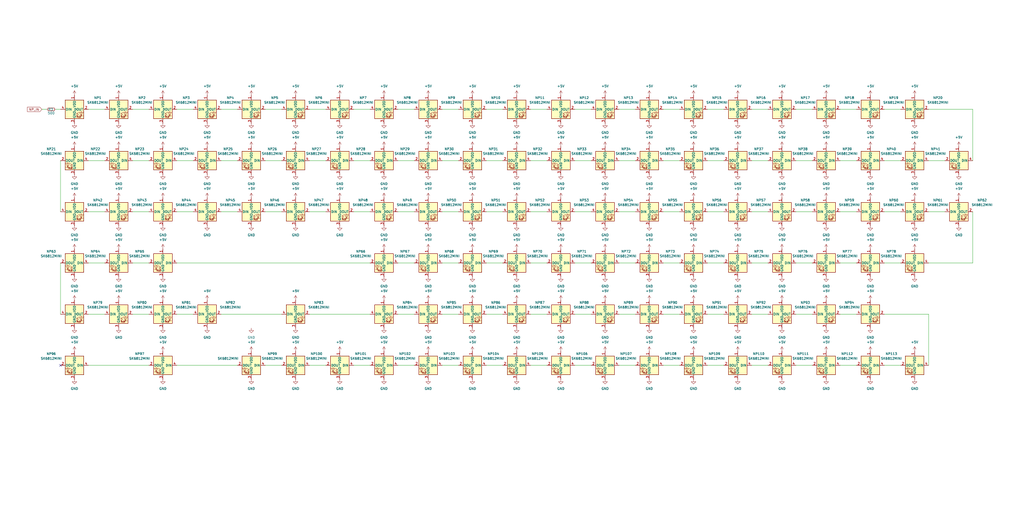
<source format=kicad_sch>
(kicad_sch (version 20231120) (generator "eeschema") (generator_version "8.0")
  (paper "User" 558.8 279.4)
  (no_connect (at 33.02 199.39))
  (wire (pts (xy 241.3 171.45) (xy 250.19 171.45)))
  (wire (pts (xy 96.52 115.57) (xy 105.41 115.57)))
  (wire (pts (xy 120.65 115.57) (xy 129.54 115.57)))
  (wire (pts (xy 410.21 171.45) (xy 419.1 171.45)))
  (wire (pts (xy 458.47 171.45) (xy 467.36 171.45)))
  (wire (pts (xy 530.86 59.69) (xy 530.86 87.63)))
  (wire (pts (xy 313.69 115.57) (xy 322.58 115.57)))
  (wire (pts (xy 370.84 199.39) (xy 361.95 199.39)))
  (wire (pts (xy 482.6 59.69) (xy 491.49 59.69)))
  (wire (pts (xy 120.65 171.45) (xy 153.67 171.45)))
  (wire (pts (xy 361.95 115.57) (xy 370.84 115.57)))
  (wire (pts (xy 337.82 115.57) (xy 346.71 115.57)))
  (wire (pts (xy 217.17 171.45) (xy 226.06 171.45)))
  (wire (pts (xy 467.36 143.51) (xy 458.47 143.51)))
  (wire (pts (xy 193.04 115.57) (xy 201.93 115.57)))
  (wire (pts (xy 506.73 171.45) (xy 506.73 199.39)))
  (wire (pts (xy 322.58 87.63) (xy 313.69 87.63)))
  (wire (pts (xy 168.91 59.69) (xy 177.8 59.69)))
  (wire (pts (xy 394.97 199.39) (xy 386.08 199.39)))
  (wire (pts (xy 250.19 199.39) (xy 241.3 199.39)))
  (wire (pts (xy 48.26 199.39) (xy 81.28 199.39)))
  (wire (pts (xy 386.08 115.57) (xy 394.97 115.57)))
  (wire (pts (xy 370.84 87.63) (xy 361.95 87.63)))
  (wire (pts (xy 458.47 115.57) (xy 467.36 115.57)))
  (wire (pts (xy 530.86 115.57) (xy 530.86 143.51)))
  (wire (pts (xy 410.21 115.57) (xy 419.1 115.57)))
  (wire (pts (xy 81.28 87.63) (xy 72.39 87.63)))
  (wire (pts (xy 96.52 59.69) (xy 105.41 59.69)))
  (wire (pts (xy 81.28 143.51) (xy 72.39 143.51)))
  (wire (pts (xy 443.23 143.51) (xy 434.34 143.51)))
  (wire (pts (xy 22.86 59.69) (xy 25.4 59.69)))
  (wire (pts (xy 322.58 199.39) (xy 313.69 199.39)))
  (wire (pts (xy 250.19 87.63) (xy 241.3 87.63)))
  (wire (pts (xy 361.95 171.45) (xy 370.84 171.45)))
  (wire (pts (xy 298.45 87.63) (xy 289.56 87.63)))
  (wire (pts (xy 265.43 171.45) (xy 274.32 171.45)))
  (wire (pts (xy 419.1 143.51) (xy 410.21 143.51)))
  (wire (pts (xy 313.69 171.45) (xy 322.58 171.45)))
  (wire (pts (xy 48.26 115.57) (xy 57.15 115.57)))
  (wire (pts (xy 467.36 199.39) (xy 458.47 199.39)))
  (wire (pts (xy 250.19 143.51) (xy 241.3 143.51)))
  (wire (pts (xy 105.41 87.63) (xy 96.52 87.63)))
  (wire (pts (xy 361.95 59.69) (xy 370.84 59.69)))
  (wire (pts (xy 530.86 143.51) (xy 506.73 143.51)))
  (wire (pts (xy 289.56 171.45) (xy 298.45 171.45)))
  (wire (pts (xy 241.3 115.57) (xy 250.19 115.57)))
  (wire (pts (xy 337.82 171.45) (xy 346.71 171.45)))
  (wire (pts (xy 434.34 171.45) (xy 443.23 171.45)))
  (wire (pts (xy 57.15 87.63) (xy 48.26 87.63)))
  (wire (pts (xy 33.02 87.63) (xy 33.02 115.57)))
  (wire (pts (xy 394.97 87.63) (xy 386.08 87.63)))
  (wire (pts (xy 48.26 171.45) (xy 57.15 171.45)))
  (wire (pts (xy 506.73 59.69) (xy 530.86 59.69)))
  (wire (pts (xy 370.84 143.51) (xy 361.95 143.51)))
  (wire (pts (xy 241.3 59.69) (xy 250.19 59.69)))
  (wire (pts (xy 129.54 87.63) (xy 120.65 87.63)))
  (wire (pts (xy 482.6 171.45) (xy 506.73 171.45)))
  (wire (pts (xy 217.17 115.57) (xy 226.06 115.57)))
  (wire (pts (xy 201.93 199.39) (xy 193.04 199.39)))
  (wire (pts (xy 226.06 87.63) (xy 217.17 87.63)))
  (wire (pts (xy 346.71 87.63) (xy 337.82 87.63)))
  (wire (pts (xy 265.43 59.69) (xy 274.32 59.69)))
  (wire (pts (xy 491.49 87.63) (xy 482.6 87.63)))
  (wire (pts (xy 274.32 199.39) (xy 265.43 199.39)))
  (wire (pts (xy 72.39 115.57) (xy 81.28 115.57)))
  (wire (pts (xy 289.56 115.57) (xy 298.45 115.57)))
  (wire (pts (xy 298.45 199.39) (xy 289.56 199.39)))
  (wire (pts (xy 226.06 199.39) (xy 217.17 199.39)))
  (wire (pts (xy 274.32 143.51) (xy 265.43 143.51)))
  (wire (pts (xy 443.23 199.39) (xy 434.34 199.39)))
  (wire (pts (xy 177.8 199.39) (xy 168.91 199.39)))
  (wire (pts (xy 153.67 199.39) (xy 144.78 199.39)))
  (wire (pts (xy 265.43 115.57) (xy 274.32 115.57)))
  (wire (pts (xy 467.36 87.63) (xy 458.47 87.63)))
  (wire (pts (xy 168.91 171.45) (xy 201.93 171.45)))
  (wire (pts (xy 72.39 59.69) (xy 81.28 59.69)))
  (wire (pts (xy 96.52 199.39) (xy 129.54 199.39)))
  (wire (pts (xy 458.47 59.69) (xy 467.36 59.69)))
  (wire (pts (xy 491.49 143.51) (xy 482.6 143.51)))
  (wire (pts (xy 120.65 59.69) (xy 129.54 59.69)))
  (wire (pts (xy 491.49 199.39) (xy 482.6 199.39)))
  (wire (pts (xy 313.69 59.69) (xy 322.58 59.69)))
  (wire (pts (xy 419.1 199.39) (xy 410.21 199.39)))
  (wire (pts (xy 177.8 87.63) (xy 168.91 87.63)))
  (wire (pts (xy 96.52 143.51) (xy 201.93 143.51)))
  (wire (pts (xy 144.78 115.57) (xy 153.67 115.57)))
  (wire (pts (xy 443.23 87.63) (xy 434.34 87.63)))
  (wire (pts (xy 217.17 59.69) (xy 226.06 59.69)))
  (wire (pts (xy 410.21 59.69) (xy 419.1 59.69)))
  (wire (pts (xy 33.02 143.51) (xy 33.02 171.45)))
  (wire (pts (xy 394.97 143.51) (xy 386.08 143.51)))
  (wire (pts (xy 226.06 143.51) (xy 217.17 143.51)))
  (wire (pts (xy 386.08 171.45) (xy 394.97 171.45)))
  (wire (pts (xy 482.6 115.57) (xy 491.49 115.57)))
  (wire (pts (xy 48.26 59.69) (xy 57.15 59.69)))
  (wire (pts (xy 515.62 87.63) (xy 506.73 87.63)))
  (wire (pts (xy 298.45 143.51) (xy 289.56 143.51)))
  (wire (pts (xy 434.34 115.57) (xy 443.23 115.57)))
  (wire (pts (xy 168.91 115.57) (xy 177.8 115.57)))
  (wire (pts (xy 274.32 87.63) (xy 265.43 87.63)))
  (wire (pts (xy 72.39 171.45) (xy 81.28 171.45)))
  (wire (pts (xy 346.71 199.39) (xy 337.82 199.39)))
  (wire (pts (xy 201.93 87.63) (xy 193.04 87.63)))
  (wire (pts (xy 337.82 59.69) (xy 346.71 59.69)))
  (wire (pts (xy 419.1 87.63) (xy 410.21 87.63)))
  (wire (pts (xy 322.58 143.51) (xy 313.69 143.51)))
  (wire (pts (xy 144.78 59.69) (xy 153.67 59.69)))
  (wire (pts (xy 96.52 171.45) (xy 105.41 171.45)))
  (wire (pts (xy 346.71 143.51) (xy 337.82 143.51)))
  (wire (pts (xy 434.34 59.69) (xy 443.23 59.69)))
  (wire (pts (xy 193.04 59.69) (xy 201.93 59.69)))
  (wire (pts (xy 57.15 143.51) (xy 48.26 143.51)))
  (wire (pts (xy 289.56 59.69) (xy 298.45 59.69)))
  (wire (pts (xy 30.48 59.69) (xy 33.02 59.69)))
  (wire (pts (xy 386.08 59.69) (xy 394.97 59.69)))
  (wire (pts (xy 153.67 87.63) (xy 144.78 87.63)))
  (wire (pts (xy 506.73 115.57) (xy 515.62 115.57)))
  (global_label "NP_IN" (shape input) (at 22.86 59.69 180) (property "Intersheetrefs" "${INTERSHEET_REFS}" (effects (hide yes))))
  (symbol (lib_id "my-symbols:SK6812MINI") (at 330.2 115.57 0) (unit 1)
    (property "Reference" "NP54" (at 342.9 109.2514 0))
    (property "Value" "SK6812MINI" (at 342.9 111.7914 0))
    (property "Footprint" "my-footprints:LED_SK6812MINI_E" (effects (hide yes)))
    (property "Datasheet" "https://cdn-shop.adafruit.com/product-files/2686/SK6812MINI_REV.01-1-2.pdf" (effects (hide yes)))
    (property "Description" "RGB LED with integrated controller" (effects (hide yes)))
  )
  (symbol (lib_id "my-symbols:SK6812MINI") (at 450.85 143.51 0) (mirror y) (unit 1)
    (property "Reference" "NP76" (at 438.15 137.1914 0))
    (property "Value" "SK6812MINI" (at 438.15 139.7314 0))
    (property "Footprint" "my-footprints:LED_SK6812MINI_E" (effects (hide yes)))
    (property "Datasheet" "https://cdn-shop.adafruit.com/product-files/2686/SK6812MINI_REV.01-1-2.pdf" (effects (hide yes)))
    (property "Description" "RGB LED with integrated controller" (effects (hide yes)))
  )
  (symbol (lib_id "my-symbols:SK6812MINI") (at 137.16 59.69 0) (unit 1)
    (property "Reference" "NP5" (at 149.86 53.3714 0))
    (property "Value" "SK6812MINI" (at 149.86 55.9114 0))
    (property "Footprint" "my-footprints:LED_SK6812MINI_E" (effects (hide yes)))
    (property "Datasheet" "https://cdn-shop.adafruit.com/product-files/2686/SK6812MINI_REV.01-1-2.pdf" (effects (hide yes)))
    (property "Description" "RGB LED with integrated controller" (effects (hide yes)))
  )
  (symbol (lib_id "power:+5V") (at 161.29 107.95 0) (unit 1)
    (property "Reference" "#PWR097" (effects (hide yes)))
    (property "Value" "+5V" (at 161.29 102.87 0))
    (property "Description" "Power symbol creates a global label with name \"+5V\"" (effects (hide yes)))
  )
  (symbol (lib_id "my-symbols:SK6812MINI") (at 137.16 87.63 0) (mirror y) (unit 1)
    (property "Reference" "NP25" (at 124.46 81.3114 0))
    (property "Value" "SK6812MINI" (at 124.46 83.8514 0))
    (property "Footprint" "my-footprints:LED_SK6812MINI_E" (effects (hide yes)))
    (property "Datasheet" "https://cdn-shop.adafruit.com/product-files/2686/SK6812MINI_REV.01-1-2.pdf" (effects (hide yes)))
    (property "Description" "RGB LED with integrated controller" (effects (hide yes)))
  )
  (symbol (lib_id "power:+5V") (at 209.55 191.77 0) (mirror y) (unit 1)
    (property "Reference" "#PWR0206" (effects (hide yes)))
    (property "Value" "+5V" (at 209.55 186.69 0))
    (property "Description" "Power symbol creates a global label with name \"+5V\"" (effects (hide yes)))
  )
  (symbol (lib_id "my-symbols:SK6812MINI") (at 88.9 115.57 0) (unit 1)
    (property "Reference" "NP44" (at 101.6 109.2514 0))
    (property "Value" "SK6812MINI" (at 101.6 111.7914 0))
    (property "Footprint" "my-footprints:LED_SK6812MINI_E" (effects (hide yes)))
    (property "Datasheet" "https://cdn-shop.adafruit.com/product-files/2686/SK6812MINI_REV.01-1-2.pdf" (effects (hide yes)))
    (property "Description" "RGB LED with integrated controller" (effects (hide yes)))
  )
  (symbol (lib_id "power:GND") (at 137.16 207.01 0) (mirror y) (unit 1)
    (property "Reference" "#PWR0221" (effects (hide yes)))
    (property "Value" "GND" (at 137.16 212.09 0))
    (property "Description" "Power symbol creates a global label with name \"GND\" , ground" (effects (hide yes)))
  )
  (symbol (lib_id "my-symbols:SK6812MINI") (at 450.85 199.39 0) (mirror y) (unit 1)
    (property "Reference" "NP111" (at 438.15 193.0714 0))
    (property "Value" "SK6812MINI" (at 438.15 195.6114 0))
    (property "Footprint" "my-footprints:LED_SK6812MINI_E" (effects (hide yes)))
    (property "Datasheet" "https://cdn-shop.adafruit.com/product-files/2686/SK6812MINI_REV.01-1-2.pdf" (effects (hide yes)))
    (property "Description" "RGB LED with integrated controller" (effects (hide yes)))
  )
  (symbol (lib_id "my-symbols:SK6812MINI") (at 354.33 59.69 0) (unit 1)
    (property "Reference" "NP14" (at 367.03 53.3714 0))
    (property "Value" "SK6812MINI" (at 367.03 55.9114 0))
    (property "Footprint" "my-footprints:LED_SK6812MINI_E" (effects (hide yes)))
    (property "Datasheet" "https://cdn-shop.adafruit.com/product-files/2686/SK6812MINI_REV.01-1-2.pdf" (effects (hide yes)))
    (property "Description" "RGB LED with integrated controller" (effects (hide yes)))
  )
  (symbol (lib_id "power:+5V") (at 257.81 80.01 0) (mirror y) (unit 1)
    (property "Reference" "#PWR059" (effects (hide yes)))
    (property "Value" "+5V" (at 257.81 74.93 0))
    (property "Description" "Power symbol creates a global label with name \"+5V\"" (effects (hide yes)))
  )
  (symbol (lib_id "power:+5V") (at 233.68 107.95 0) (unit 1)
    (property "Reference" "#PWR0100" (effects (hide yes)))
    (property "Value" "+5V" (at 233.68 102.87 0))
    (property "Description" "Power symbol creates a global label with name \"+5V\"" (effects (hide yes)))
  )
  (symbol (lib_id "power:GND") (at 499.11 207.01 0) (mirror y) (unit 1)
    (property "Reference" "#PWR0236" (effects (hide yes)))
    (property "Value" "GND" (at 499.11 212.09 0))
    (property "Description" "Power symbol creates a global label with name \"GND\" , ground" (effects (hide yes)))
  )
  (symbol (lib_id "power:GND") (at 426.72 207.01 0) (mirror y) (unit 1)
    (property "Reference" "#PWR0233" (effects (hide yes)))
    (property "Value" "GND" (at 426.72 212.09 0))
    (property "Description" "Power symbol creates a global label with name \"GND\" , ground" (effects (hide yes)))
  )
  (symbol (lib_id "power:GND") (at 330.2 123.19 0) (unit 1)
    (property "Reference" "#PWR0125" (effects (hide yes)))
    (property "Value" "GND" (at 330.2 128.27 0))
    (property "Description" "Power symbol creates a global label with name \"GND\" , ground" (effects (hide yes)))
  )
  (symbol (lib_id "power:+5V") (at 330.2 107.95 0) (unit 1)
    (property "Reference" "#PWR0104" (effects (hide yes)))
    (property "Value" "+5V" (at 330.2 102.87 0))
    (property "Description" "Power symbol creates a global label with name \"+5V\"" (effects (hide yes)))
  )
  (symbol (lib_id "power:GND") (at 88.9 67.31 0) (unit 1)
    (property "Reference" "#PWR032" (effects (hide yes)))
    (property "Value" "GND" (at 88.9 72.39 0))
    (property "Description" "Power symbol creates a global label with name \"GND\" , ground" (effects (hide yes)))
  )
  (symbol (lib_id "my-symbols:SK6812MINI") (at 354.33 87.63 0) (mirror y) (unit 1)
    (property "Reference" "NP34" (at 341.63 81.3114 0))
    (property "Value" "SK6812MINI" (at 341.63 83.8514 0))
    (property "Footprint" "my-footprints:LED_SK6812MINI_E" (effects (hide yes)))
    (property "Datasheet" "https://cdn-shop.adafruit.com/product-files/2686/SK6812MINI_REV.01-1-2.pdf" (effects (hide yes)))
    (property "Description" "RGB LED with integrated controller" (effects (hide yes)))
  )
  (symbol (lib_id "my-symbols:SK6812MINI") (at 474.98 59.69 0) (unit 1)
    (property "Reference" "NP19" (at 487.68 53.3714 0))
    (property "Value" "SK6812MINI" (at 487.68 55.9114 0))
    (property "Footprint" "my-footprints:LED_SK6812MINI_E" (effects (hide yes)))
    (property "Datasheet" "https://cdn-shop.adafruit.com/product-files/2686/SK6812MINI_REV.01-1-2.pdf" (effects (hide yes)))
    (property "Description" "RGB LED with integrated controller" (effects (hide yes)))
  )
  (symbol (lib_id "power:+5V") (at 426.72 191.77 0) (mirror y) (unit 1)
    (property "Reference" "#PWR0215" (effects (hide yes)))
    (property "Value" "+5V" (at 426.72 186.69 0))
    (property "Description" "Power symbol creates a global label with name \"+5V\"" (effects (hide yes)))
  )
  (symbol (lib_id "power:GND") (at 185.42 123.19 0) (unit 1)
    (property "Reference" "#PWR0119" (effects (hide yes)))
    (property "Value" "GND" (at 185.42 128.27 0))
    (property "Description" "Power symbol creates a global label with name \"GND\" , ground" (effects (hide yes)))
  )
  (symbol (lib_id "my-symbols:SK6812MINI") (at 330.2 87.63 0) (mirror y) (unit 1)
    (property "Reference" "NP33" (at 317.5 81.3114 0))
    (property "Value" "SK6812MINI" (at 317.5 83.8514 0))
    (property "Footprint" "my-footprints:LED_SK6812MINI_E" (effects (hide yes)))
    (property "Datasheet" "https://cdn-shop.adafruit.com/product-files/2686/SK6812MINI_REV.01-1-2.pdf" (effects (hide yes)))
    (property "Description" "RGB LED with integrated controller" (effects (hide yes)))
  )
  (symbol (lib_id "power:GND") (at 88.9 207.01 0) (mirror y) (unit 1)
    (property "Reference" "#PWR0220" (effects (hide yes)))
    (property "Value" "GND" (at 88.9 212.09 0))
    (property "Description" "Power symbol creates a global label with name \"GND\" , ground" (effects (hide yes)))
  )
  (symbol (lib_id "my-symbols:SK6812MINI") (at 40.64 171.45 0) (unit 1)
    (property "Reference" "NP79" (at 53.34 165.1314 0))
    (property "Value" "SK6812MINI" (at 53.34 167.6714 0))
    (property "Footprint" "my-footprints:LED_SK6812MINI_E" (effects (hide yes)))
    (property "Datasheet" "https://cdn-shop.adafruit.com/product-files/2686/SK6812MINI_REV.01-1-2.pdf" (effects (hide yes)))
    (property "Description" "RGB LED with integrated controller" (effects (hide yes)))
  )
  (symbol (lib_id "power:+5V") (at 450.85 191.77 0) (mirror y) (unit 1)
    (property "Reference" "#PWR0216" (effects (hide yes)))
    (property "Value" "+5V" (at 450.85 186.69 0))
    (property "Description" "Power symbol creates a global label with name \"+5V\"" (effects (hide yes)))
  )
  (symbol (lib_id "my-symbols:SK6812MINI") (at 426.72 199.39 0) (mirror y) (unit 1)
    (property "Reference" "NP110" (at 414.02 193.0714 0))
    (property "Value" "SK6812MINI" (at 414.02 195.6114 0))
    (property "Footprint" "my-footprints:LED_SK6812MINI_E" (effects (hide yes)))
    (property "Datasheet" "https://cdn-shop.adafruit.com/product-files/2686/SK6812MINI_REV.01-1-2.pdf" (effects (hide yes)))
    (property "Description" "RGB LED with integrated controller" (effects (hide yes)))
  )
  (symbol (lib_id "power:GND") (at 378.46 95.25 0) (mirror y) (unit 1)
    (property "Reference" "#PWR085" (effects (hide yes)))
    (property "Value" "GND" (at 378.46 100.33 0))
    (property "Description" "Power symbol creates a global label with name \"GND\" , ground" (effects (hide yes)))
  )
  (symbol (lib_id "my-symbols:SK6812MINI") (at 185.42 87.63 0) (mirror y) (unit 1)
    (property "Reference" "NP27" (at 172.72 81.3114 0))
    (property "Value" "SK6812MINI" (at 172.72 83.8514 0))
    (property "Footprint" "my-footprints:LED_SK6812MINI_E" (effects (hide yes)))
    (property "Datasheet" "https://cdn-shop.adafruit.com/product-files/2686/SK6812MINI_REV.01-1-2.pdf" (effects (hide yes)))
    (property "Description" "RGB LED with integrated controller" (effects (hide yes)))
  )
  (symbol (lib_id "power:+5V") (at 306.07 191.77 0) (mirror y) (unit 1)
    (property "Reference" "#PWR0210" (effects (hide yes)))
    (property "Value" "+5V" (at 306.07 186.69 0))
    (property "Description" "Power symbol creates a global label with name \"+5V\"" (effects (hide yes)))
  )
  (symbol (lib_id "power:GND") (at 354.33 207.01 0) (mirror y) (unit 1)
    (property "Reference" "#PWR0230" (effects (hide yes)))
    (property "Value" "GND" (at 354.33 212.09 0))
    (property "Description" "Power symbol creates a global label with name \"GND\" , ground" (effects (hide yes)))
  )
  (symbol (lib_id "my-symbols:SK6812MINI") (at 354.33 143.51 0) (mirror y) (unit 1)
    (property "Reference" "NP72" (at 341.63 137.1914 0))
    (property "Value" "SK6812MINI" (at 341.63 139.7314 0))
    (property "Footprint" "my-footprints:LED_SK6812MINI_E" (effects (hide yes)))
    (property "Datasheet" "https://cdn-shop.adafruit.com/product-files/2686/SK6812MINI_REV.01-1-2.pdf" (effects (hide yes)))
    (property "Description" "RGB LED with integrated controller" (effects (hide yes)))
  )
  (symbol (lib_id "power:+5V") (at 306.07 135.89 0) (mirror y) (unit 1)
    (property "Reference" "#PWR0141" (effects (hide yes)))
    (property "Value" "+5V" (at 306.07 130.81 0))
    (property "Description" "Power symbol creates a global label with name \"+5V\"" (effects (hide yes)))
  )
  (symbol (lib_id "power:GND") (at 474.98 123.19 0) (unit 1)
    (property "Reference" "#PWR0131" (effects (hide yes)))
    (property "Value" "GND" (at 474.98 128.27 0))
    (property "Description" "Power symbol creates a global label with name \"GND\" , ground" (effects (hide yes)))
  )
  (symbol (lib_id "power:+5V") (at 330.2 191.77 0) (mirror y) (unit 1)
    (property "Reference" "#PWR0211" (effects (hide yes)))
    (property "Value" "+5V" (at 330.2 186.69 0))
    (property "Description" "Power symbol creates a global label with name \"+5V\"" (effects (hide yes)))
  )
  (symbol (lib_id "my-symbols:SK6812MINI") (at 64.77 143.51 0) (mirror y) (unit 1)
    (property "Reference" "NP64" (at 52.07 137.1914 0))
    (property "Value" "SK6812MINI" (at 52.07 139.7314 0))
    (property "Footprint" "my-footprints:LED_SK6812MINI_E" (effects (hide yes)))
    (property "Datasheet" "https://cdn-shop.adafruit.com/product-files/2686/SK6812MINI_REV.01-1-2.pdf" (effects (hide yes)))
    (property "Description" "RGB LED with integrated controller" (effects (hide yes)))
  )
  (symbol (lib_id "power:+5V") (at 474.98 135.89 0) (mirror y) (unit 1)
    (property "Reference" "#PWR0148" (effects (hide yes)))
    (property "Value" "+5V" (at 474.98 130.81 0))
    (property "Description" "Power symbol creates a global label with name \"+5V\"" (effects (hide yes)))
  )
  (symbol (lib_id "power:GND") (at 137.16 123.19 0) (unit 1)
    (property "Reference" "#PWR0117" (effects (hide yes)))
    (property "Value" "GND" (at 137.16 128.27 0))
    (property "Description" "Power symbol creates a global label with name \"GND\" , ground" (effects (hide yes)))
  )
  (symbol (lib_id "power:GND") (at 88.9 179.07 0) (unit 1)
    (property "Reference" "#PWR0185" (effects (hide yes)))
    (property "Value" "GND" (at 88.9 184.15 0))
    (property "Description" "Power symbol creates a global label with name \"GND\" , ground" (effects (hide yes)))
  )
  (symbol (lib_id "power:+5V") (at 523.24 80.01 0) (mirror y) (unit 1)
    (property "Reference" "#PWR070" (effects (hide yes)))
    (property "Value" "+5V" (at 523.24 74.93 0))
    (property "Description" "Power symbol creates a global label with name \"+5V\"" (effects (hide yes)))
  )
  (symbol (lib_id "power:+5V") (at 474.98 52.07 0) (unit 1)
    (property "Reference" "#PWR028" (effects (hide yes)))
    (property "Value" "+5V" (at 474.98 46.99 0))
    (property "Description" "Power symbol creates a global label with name \"+5V\"" (effects (hide yes)))
  )
  (symbol (lib_id "my-symbols:SK6812MINI") (at 378.46 115.57 0) (unit 1)
    (property "Reference" "NP56" (at 391.16 109.2514 0))
    (property "Value" "SK6812MINI" (at 391.16 111.7914 0))
    (property "Footprint" "my-footprints:LED_SK6812MINI_E" (effects (hide yes)))
    (property "Datasheet" "https://cdn-shop.adafruit.com/product-files/2686/SK6812MINI_REV.01-1-2.pdf" (effects (hide yes)))
    (property "Description" "RGB LED with integrated controller" (effects (hide yes)))
  )
  (symbol (lib_id "my-symbols:SK6812MINI") (at 426.72 87.63 0) (mirror y) (unit 1)
    (property "Reference" "NP37" (at 414.02 81.3114 0))
    (property "Value" "SK6812MINI" (at 414.02 83.8514 0))
    (property "Footprint" "my-footprints:LED_SK6812MINI_E" (effects (hide yes)))
    (property "Datasheet" "https://cdn-shop.adafruit.com/product-files/2686/SK6812MINI_REV.01-1-2.pdf" (effects (hide yes)))
    (property "Description" "RGB LED with integrated controller" (effects (hide yes)))
  )
  (symbol (lib_id "my-symbols:SK6812MINI") (at 426.72 171.45 0) (unit 1)
    (property "Reference" "NP93" (at 439.42 165.1314 0))
    (property "Value" "SK6812MINI" (at 439.42 167.6714 0))
    (property "Footprint" "my-footprints:LED_SK6812MINI_E" (effects (hide yes)))
    (property "Datasheet" "https://cdn-shop.adafruit.com/product-files/2686/SK6812MINI_REV.01-1-2.pdf" (effects (hide yes)))
    (property "Description" "RGB LED with integrated controller" (effects (hide yes)))
  )
  (symbol (lib_id "power:+5V") (at 64.77 80.01 0) (mirror y) (unit 1)
    (property "Reference" "#PWR051" (effects (hide yes)))
    (property "Value" "+5V" (at 64.77 74.93 0))
    (property "Description" "Power symbol creates a global label with name \"+5V\"" (effects (hide yes)))
  )
  (symbol (lib_id "my-symbols:SK6812MINI") (at 378.46 199.39 0) (mirror y) (unit 1)
    (property "Reference" "NP108" (at 366.014 193.04 0))
    (property "Value" "SK6812MINI" (at 365.76 195.6114 0))
    (property "Footprint" "my-footprints:LED_SK6812MINI_E" (effects (hide yes)))
    (property "Datasheet" "https://cdn-shop.adafruit.com/product-files/2686/SK6812MINI_REV.01-1-2.pdf" (effects (hide yes)))
    (property "Description" "RGB LED with integrated controller" (effects (hide yes)))
  )
  (symbol (lib_id "power:+5V") (at 474.98 163.83 0) (unit 1)
    (property "Reference" "#PWR0182" (effects (hide yes)))
    (property "Value" "+5V" (at 474.98 158.75 0))
    (property "Description" "Power symbol creates a global label with name \"+5V\"" (effects (hide yes)))
  )
  (symbol (lib_id "power:GND") (at 474.98 67.31 0) (unit 1)
    (property "Reference" "#PWR048" (effects (hide yes)))
    (property "Value" "GND" (at 474.98 72.39 0))
    (property "Description" "Power symbol creates a global label with name \"GND\" , ground" (effects (hide yes)))
  )
  (symbol (lib_id "power:GND") (at 161.29 67.31 0) (unit 1)
    (property "Reference" "#PWR035" (effects (hide yes)))
    (property "Value" "GND" (at 161.29 72.39 0))
    (property "Description" "Power symbol creates a global label with name \"GND\" , ground" (effects (hide yes)))
  )
  (symbol (lib_id "power:+5V") (at 426.72 163.83 0) (unit 1)
    (property "Reference" "#PWR0180" (effects (hide yes)))
    (property "Value" "+5V" (at 426.72 158.75 0))
    (property "Description" "Power symbol creates a global label with name \"+5V\"" (effects (hide yes)))
  )
  (symbol (lib_id "power:+5V") (at 426.72 52.07 0) (unit 1)
    (property "Reference" "#PWR026" (effects (hide yes)))
    (property "Value" "+5V" (at 426.72 46.99 0))
    (property "Description" "Power symbol creates a global label with name \"+5V\"" (effects (hide yes)))
  )
  (symbol (lib_id "power:+5V") (at 209.55 80.01 0) (mirror y) (unit 1)
    (property "Reference" "#PWR057" (effects (hide yes)))
    (property "Value" "+5V" (at 209.55 74.93 0))
    (property "Description" "Power symbol creates a global label with name \"+5V\"" (effects (hide yes)))
  )
  (symbol (lib_id "my-symbols:SK6812MINI") (at 257.81 199.39 0) (mirror y) (unit 1)
    (property "Reference" "NP103" (at 245.11 193.0714 0))
    (property "Value" "SK6812MINI" (at 245.11 195.6114 0))
    (property "Footprint" "my-footprints:LED_SK6812MINI_E" (effects (hide yes)))
    (property "Datasheet" "https://cdn-shop.adafruit.com/product-files/2686/SK6812MINI_REV.01-1-2.pdf" (effects (hide yes)))
    (property "Description" "RGB LED with integrated controller" (effects (hide yes)))
  )
  (symbol (lib_id "power:+5V") (at 88.9 80.01 0) (mirror y) (unit 1)
    (property "Reference" "#PWR052" (effects (hide yes)))
    (property "Value" "+5V" (at 88.9 74.93 0))
    (property "Description" "Power symbol creates a global label with name \"+5V\"" (effects (hide yes)))
  )
  (symbol (lib_id "power:+5V") (at 88.9 163.83 0) (unit 1)
    (property "Reference" "#PWR0168" (effects (hide yes)))
    (property "Value" "+5V" (at 88.9 158.75 0))
    (property "Description" "Power symbol creates a global label with name \"+5V\"" (effects (hide yes)))
  )
  (symbol (lib_id "power:GND") (at 306.07 179.07 0) (unit 1)
    (property "Reference" "#PWR0193" (effects (hide yes)))
    (property "Value" "GND" (at 306.07 184.15 0))
    (property "Description" "Power symbol creates a global label with name \"GND\" , ground" (effects (hide yes)))
  )
  (symbol (lib_id "power:GND") (at 426.72 67.31 0) (unit 1)
    (property "Reference" "#PWR046" (effects (hide yes)))
    (property "Value" "GND" (at 426.72 72.39 0))
    (property "Description" "Power symbol creates a global label with name \"GND\" , ground" (effects (hide yes)))
  )
  (symbol (lib_id "power:GND") (at 499.11 123.19 0) (unit 1)
    (property "Reference" "#PWR0132" (effects (hide yes)))
    (property "Value" "GND" (at 499.11 128.27 0))
    (property "Description" "Power symbol creates a global label with name \"GND\" , ground" (effects (hide yes)))
  )
  (symbol (lib_id "my-symbols:SK6812MINI") (at 281.94 143.51 0) (mirror y) (unit 1)
    (property "Reference" "NP69" (at 269.24 137.1914 0))
    (property "Value" "SK6812MINI" (at 269.24 139.7314 0))
    (property "Footprint" "my-footprints:LED_SK6812MINI_E" (effects (hide yes)))
    (property "Datasheet" "https://cdn-shop.adafruit.com/product-files/2686/SK6812MINI_REV.01-1-2.pdf" (effects (hide yes)))
    (property "Description" "RGB LED with integrated controller" (effects (hide yes)))
  )
  (symbol (lib_id "power:GND") (at 281.94 151.13 0) (mirror y) (unit 1)
    (property "Reference" "#PWR0156" (effects (hide yes)))
    (property "Value" "GND" (at 281.94 156.21 0))
    (property "Description" "Power symbol creates a global label with name \"GND\" , ground" (effects (hide yes)))
  )
  (symbol (lib_id "my-symbols:SK6812MINI") (at 402.59 143.51 0) (mirror y) (unit 1)
    (property "Reference" "NP74" (at 389.89 137.1914 0))
    (property "Value" "SK6812MINI" (at 389.89 139.7314 0))
    (property "Footprint" "my-footprints:LED_SK6812MINI_E" (effects (hide yes)))
    (property "Datasheet" "https://cdn-shop.adafruit.com/product-files/2686/SK6812MINI_REV.01-1-2.pdf" (effects (hide yes)))
    (property "Description" "RGB LED with integrated controller" (effects (hide yes)))
  )
  (symbol (lib_id "power:GND") (at 378.46 123.19 0) (unit 1)
    (property "Reference" "#PWR0127" (effects (hide yes)))
    (property "Value" "GND" (at 378.46 128.27 0))
    (property "Description" "Power symbol creates a global label with name \"GND\" , ground" (effects (hide yes)))
  )
  (symbol (lib_id "power:GND") (at 281.94 179.07 0) (unit 1)
    (property "Reference" "#PWR0192" (effects (hide yes)))
    (property "Value" "GND" (at 281.94 184.15 0))
    (property "Description" "Power symbol creates a global label with name \"GND\" , ground" (effects (hide yes)))
  )
  (symbol (lib_id "power:GND") (at 450.85 151.13 0) (mirror y) (unit 1)
    (property "Reference" "#PWR0163" (effects (hide yes)))
    (property "Value" "GND" (at 450.85 156.21 0))
    (property "Description" "Power symbol creates a global label with name \"GND\" , ground" (effects (hide yes)))
  )
  (symbol (lib_id "my-symbols:SK6812MINI") (at 161.29 171.45 0) (unit 1)
    (property "Reference" "NP83" (at 173.99 165.1314 0))
    (property "Value" "SK6812MINI" (at 173.99 167.6714 0))
    (property "Footprint" "my-footprints:LED_SK6812MINI_E" (effects (hide yes)))
    (property "Datasheet" "https://cdn-shop.adafruit.com/product-files/2686/SK6812MINI_REV.01-1-2.pdf" (effects (hide yes)))
    (property "Description" "RGB LED with integrated controller" (effects (hide yes)))
  )
  (symbol (lib_id "power:GND") (at 161.29 179.07 0) (unit 1)
    (property "Reference" "#PWR0188" (effects (hide yes)))
    (property "Value" "GND" (at 161.29 184.15 0))
    (property "Description" "Power symbol creates a global label with name \"GND\" , ground" (effects (hide yes)))
  )
  (symbol (lib_id "power:GND") (at 64.77 179.07 0) (unit 1)
    (property "Reference" "#PWR0184" (effects (hide yes)))
    (property "Value" "GND" (at 64.77 184.15 0))
    (property "Description" "Power symbol creates a global label with name \"GND\" , ground" (effects (hide yes)))
  )
  (symbol (lib_id "my-symbols:SK6812MINI") (at 113.03 59.69 0) (unit 1)
    (property "Reference" "NP4" (at 125.73 53.3714 0))
    (property "Value" "SK6812MINI" (at 125.73 55.9114 0))
    (property "Footprint" "my-footprints:LED_SK6812MINI_E" (effects (hide yes)))
    (property "Datasheet" "https://cdn-shop.adafruit.com/product-files/2686/SK6812MINI_REV.01-1-2.pdf" (effects (hide yes)))
    (property "Description" "RGB LED with integrated controller" (effects (hide yes)))
  )
  (symbol (lib_id "power:GND") (at 64.77 95.25 0) (mirror y) (unit 1)
    (property "Reference" "#PWR072" (effects (hide yes)))
    (property "Value" "GND" (at 64.77 100.33 0))
    (property "Description" "Power symbol creates a global label with name \"GND\" , ground" (effects (hide yes)))
  )
  (symbol (lib_id "power:+5V") (at 450.85 107.95 0) (unit 1)
    (property "Reference" "#PWR0109" (effects (hide yes)))
    (property "Value" "+5V" (at 450.85 102.87 0))
    (property "Description" "Power symbol creates a global label with name \"+5V\"" (effects (hide yes)))
  )
  (symbol (lib_id "power:+5V") (at 281.94 52.07 0) (unit 1)
    (property "Reference" "#PWR020" (effects (hide yes)))
    (property "Value" "+5V" (at 281.94 46.99 0))
    (property "Description" "Power symbol creates a global label with name \"+5V\"" (effects (hide yes)))
  )
  (symbol (lib_id "power:+5V") (at 499.11 52.07 0) (unit 1)
    (property "Reference" "#PWR029" (effects (hide yes)))
    (property "Value" "+5V" (at 499.11 46.99 0))
    (property "Description" "Power symbol creates a global label with name \"+5V\"" (effects (hide yes)))
  )
  (symbol (lib_id "power:+5V") (at 40.64 80.01 0) (mirror y) (unit 1)
    (property "Reference" "#PWR050" (effects (hide yes)))
    (property "Value" "+5V" (at 40.64 74.93 0))
    (property "Description" "Power symbol creates a global label with name \"+5V\"" (effects (hide yes)))
  )
  (symbol (lib_id "power:GND") (at 233.68 179.07 0) (unit 1)
    (property "Reference" "#PWR0190" (effects (hide yes)))
    (property "Value" "GND" (at 233.68 184.15 0))
    (property "Description" "Power symbol creates a global label with name \"GND\" , ground" (effects (hide yes)))
  )
  (symbol (lib_id "my-symbols:SK6812MINI") (at 378.46 143.51 0) (mirror y) (unit 1)
    (property "Reference" "NP73" (at 365.76 137.1914 0))
    (property "Value" "SK6812MINI" (at 365.76 139.7314 0))
    (property "Footprint" "my-footprints:LED_SK6812MINI_E" (effects (hide yes)))
    (property "Datasheet" "https://cdn-shop.adafruit.com/product-files/2686/SK6812MINI_REV.01-1-2.pdf" (effects (hide yes)))
    (property "Description" "RGB LED with integrated controller" (effects (hide yes)))
  )
  (symbol (lib_id "my-symbols:SK6812MINI") (at 233.68 115.57 0) (unit 1)
    (property "Reference" "NP50" (at 246.38 109.2514 0))
    (property "Value" "SK6812MINI" (at 246.38 111.7914 0))
    (property "Footprint" "my-footprints:LED_SK6812MINI_E" (effects (hide yes)))
    (property "Datasheet" "https://cdn-shop.adafruit.com/product-files/2686/SK6812MINI_REV.01-1-2.pdf" (effects (hide yes)))
    (property "Description" "RGB LED with integrated controller" (effects (hide yes)))
  )
  (symbol (lib_id "power:+5V") (at 474.98 191.77 0) (mirror y) (unit 1)
    (property "Reference" "#PWR0217" (effects (hide yes)))
    (property "Value" "+5V" (at 474.98 186.69 0))
    (property "Description" "Power symbol creates a global label with name \"+5V\"" (effects (hide yes)))
  )
  (symbol (lib_id "my-symbols:SK6812MINI") (at 523.24 87.63 0) (mirror y) (unit 1)
    (property "Reference" "NP41" (at 510.54 81.3114 0))
    (property "Value" "SK6812MINI" (at 510.54 83.8514 0))
    (property "Footprint" "my-footprints:LED_SK6812MINI_E" (effects (hide yes)))
    (property "Datasheet" "https://cdn-shop.adafruit.com/product-files/2686/SK6812MINI_REV.01-1-2.pdf" (effects (hide yes)))
    (property "Description" "RGB LED with integrated controller" (effects (hide yes)))
  )
  (symbol (lib_id "power:+5V") (at 499.11 135.89 0) (mirror y) (unit 1)
    (property "Reference" "#PWR0149" (effects (hide yes)))
    (property "Value" "+5V" (at 499.11 130.81 0))
    (property "Description" "Power symbol creates a global label with name \"+5V\"" (effects (hide yes)))
  )
  (symbol (lib_id "my-symbols:SK6812MINI") (at 402.59 59.69 0) (unit 1)
    (property "Reference" "NP16" (at 415.29 53.3714 0))
    (property "Value" "SK6812MINI" (at 415.29 55.9114 0))
    (property "Footprint" "my-footprints:LED_SK6812MINI_E" (effects (hide yes)))
    (property "Datasheet" "https://cdn-shop.adafruit.com/product-files/2686/SK6812MINI_REV.01-1-2.pdf" (effects (hide yes)))
    (property "Description" "RGB LED with integrated controller" (effects (hide yes)))
  )
  (symbol (lib_id "power:GND") (at 474.98 151.13 0) (mirror y) (unit 1)
    (property "Reference" "#PWR0164" (effects (hide yes)))
    (property "Value" "GND" (at 474.98 156.21 0))
    (property "Description" "Power symbol creates a global label with name \"GND\" , ground" (effects (hide yes)))
  )
  (symbol (lib_id "power:GND") (at 426.72 95.25 0) (mirror y) (unit 1)
    (property "Reference" "#PWR087" (effects (hide yes)))
    (property "Value" "GND" (at 426.72 100.33 0))
    (property "Description" "Power symbol creates a global label with name \"GND\" , ground" (effects (hide yes)))
  )
  (symbol (lib_id "power:+5V") (at 185.42 107.95 0) (unit 1)
    (property "Reference" "#PWR098" (effects (hide yes)))
    (property "Value" "+5V" (at 185.42 102.87 0))
    (property "Description" "Power symbol creates a global label with name \"+5V\"" (effects (hide yes)))
  )
  (symbol (lib_id "my-symbols:SK6812MINI") (at 330.2 171.45 0) (unit 1)
    (property "Reference" "NP89" (at 342.9 165.1314 0))
    (property "Value" "SK6812MINI" (at 342.9 167.6714 0))
    (property "Footprint" "my-footprints:LED_SK6812MINI_E" (effects (hide yes)))
    (property "Datasheet" "https://cdn-shop.adafruit.com/product-files/2686/SK6812MINI_REV.01-1-2.pdf" (effects (hide yes)))
    (property "Description" "RGB LED with integrated controller" (effects (hide yes)))
  )
  (symbol (lib_id "power:+5V") (at 499.11 191.77 0) (mirror y) (unit 1)
    (property "Reference" "#PWR0218" (effects (hide yes)))
    (property "Value" "+5V" (at 499.11 186.69 0))
    (property "Description" "Power symbol creates a global label with name \"+5V\"" (effects (hide yes)))
  )
  (symbol (lib_id "power:GND") (at 402.59 95.25 0) (mirror y) (unit 1)
    (property "Reference" "#PWR086" (effects (hide yes)))
    (property "Value" "GND" (at 402.59 100.33 0))
    (property "Description" "Power symbol creates a global label with name \"GND\" , ground" (effects (hide yes)))
  )
  (symbol (lib_id "power:GND") (at 281.94 67.31 0) (unit 1)
    (property "Reference" "#PWR040" (effects (hide yes)))
    (property "Value" "GND" (at 281.94 72.39 0))
    (property "Description" "Power symbol creates a global label with name \"GND\" , ground" (effects (hide yes)))
  )
  (symbol (lib_id "my-symbols:SK6812MINI") (at 88.9 59.69 0) (unit 1)
    (property "Reference" "NP3" (at 101.6 53.3714 0))
    (property "Value" "SK6812MINI" (at 101.6 55.9114 0))
    (property "Footprint" "my-footprints:LED_SK6812MINI_E" (effects (hide yes)))
    (property "Datasheet" "https://cdn-shop.adafruit.com/product-files/2686/SK6812MINI_REV.01-1-2.pdf" (effects (hide yes)))
    (property "Description" "RGB LED with integrated controller" (effects (hide yes)))
  )
  (symbol (lib_id "power:+5V") (at 523.24 107.95 0) (unit 1)
    (property "Reference" "#PWR0112" (effects (hide yes)))
    (property "Value" "+5V" (at 523.24 102.87 0))
    (property "Description" "Power symbol creates a global label with name \"+5V\"" (effects (hide yes)))
  )
  (symbol (lib_id "power:+5V") (at 88.9 191.77 0) (mirror y) (unit 1)
    (property "Reference" "#PWR0202" (effects (hide yes)))
    (property "Value" "+5V" (at 88.9 186.69 0))
    (property "Description" "Power symbol creates a global label with name \"+5V\"" (effects (hide yes)))
  )
  (symbol (lib_id "power:GND") (at 113.03 67.31 0) (unit 1)
    (property "Reference" "#PWR033" (effects (hide yes)))
    (property "Value" "GND" (at 113.03 72.39 0))
    (property "Description" "Power symbol creates a global label with name \"GND\" , ground" (effects (hide yes)))
  )
  (symbol (lib_id "power:+5V") (at 378.46 135.89 0) (mirror y) (unit 1)
    (property "Reference" "#PWR0144" (effects (hide yes)))
    (property "Value" "+5V" (at 378.46 130.81 0))
    (property "Description" "Power symbol creates a global label with name \"+5V\"" (effects (hide yes)))
  )
  (symbol (lib_id "my-symbols:SK6812MINI") (at 281.94 87.63 0) (mirror y) (unit 1)
    (property "Reference" "NP31" (at 269.24 81.3114 0))
    (property "Value" "SK6812MINI" (at 269.24 83.8514 0))
    (property "Footprint" "my-footprints:LED_SK6812MINI_E" (effects (hide yes)))
    (property "Datasheet" "https://cdn-shop.adafruit.com/product-files/2686/SK6812MINI_REV.01-1-2.pdf" (effects (hide yes)))
    (property "Description" "RGB LED with integrated controller" (effects (hide yes)))
  )
  (symbol (lib_id "power:GND") (at 88.9 123.19 0) (unit 1)
    (property "Reference" "#PWR0115" (effects (hide yes)))
    (property "Value" "GND" (at 88.9 128.27 0))
    (property "Description" "Power symbol creates a global label with name \"GND\" , ground" (effects (hide yes)))
  )
  (symbol (lib_id "power:GND") (at 330.2 67.31 0) (unit 1)
    (property "Reference" "#PWR042" (effects (hide yes)))
    (property "Value" "GND" (at 330.2 72.39 0))
    (property "Description" "Power symbol creates a global label with name \"GND\" , ground" (effects (hide yes)))
  )
  (symbol (lib_id "power:+5V") (at 378.46 80.01 0) (mirror y) (unit 1)
    (property "Reference" "#PWR064" (effects (hide yes)))
    (property "Value" "+5V" (at 378.46 74.93 0))
    (property "Description" "Power symbol creates a global label with name \"+5V\"" (effects (hide yes)))
  )
  (symbol (lib_id "power:+5V") (at 161.29 191.77 0) (mirror y) (unit 1)
    (property "Reference" "#PWR0204" (effects (hide yes)))
    (property "Value" "+5V" (at 161.29 186.69 0))
    (property "Description" "Power symbol creates a global label with name \"+5V\"" (effects (hide yes)))
  )
  (symbol (lib_id "my-symbols:SK6812MINI") (at 185.42 59.69 0) (unit 1)
    (property "Reference" "NP7" (at 198.12 53.3714 0))
    (property "Value" "SK6812MINI" (at 198.12 55.9114 0))
    (property "Footprint" "my-footprints:LED_SK6812MINI_E" (effects (hide yes)))
    (property "Datasheet" "https://cdn-shop.adafruit.com/product-files/2686/SK6812MINI_REV.01-1-2.pdf" (effects (hide yes)))
    (property "Description" "RGB LED with integrated controller" (effects (hide yes)))
  )
  (symbol (lib_id "power:GND") (at 354.33 67.31 0) (unit 1)
    (property "Reference" "#PWR043" (effects (hide yes)))
    (property "Value" "GND" (at 354.33 72.39 0))
    (property "Description" "Power symbol creates a global label with name \"GND\" , ground" (effects (hide yes)))
  )
  (symbol (lib_id "power:+5V") (at 450.85 135.89 0) (mirror y) (unit 1)
    (property "Reference" "#PWR0147" (effects (hide yes)))
    (property "Value" "+5V" (at 450.85 130.81 0))
    (property "Description" "Power symbol creates a global label with name \"+5V\"" (effects (hide yes)))
  )
  (symbol (lib_id "power:GND") (at 402.59 151.13 0) (mirror y) (unit 1)
    (property "Reference" "#PWR0161" (effects (hide yes)))
    (property "Value" "GND" (at 402.59 156.21 0))
    (property "Description" "Power symbol creates a global label with name \"GND\" , ground" (effects (hide yes)))
  )
  (symbol (lib_id "my-symbols:SK6812MINI") (at 185.42 199.39 0) (mirror y) (unit 1)
    (property "Reference" "NP100" (at 172.72 193.0714 0))
    (property "Value" "SK6812MINI" (at 172.72 195.6114 0))
    (property "Footprint" "my-footprints:LED_SK6812MINI_E" (effects (hide yes)))
    (property "Datasheet" "https://cdn-shop.adafruit.com/product-files/2686/SK6812MINI_REV.01-1-2.pdf" (effects (hide yes)))
    (property "Description" "RGB LED with integrated controller" (effects (hide yes)))
  )
  (symbol (lib_id "my-symbols:SK6812MINI") (at 281.94 199.39 0) (mirror y) (unit 1)
    (property "Reference" "NP104" (at 269.24 193.0714 0))
    (property "Value" "SK6812MINI" (at 269.24 195.6114 0))
    (property "Footprint" "my-footprints:LED_SK6812MINI_E" (effects (hide yes)))
    (property "Datasheet" "https://cdn-shop.adafruit.com/product-files/2686/SK6812MINI_REV.01-1-2.pdf" (effects (hide yes)))
    (property "Description" "RGB LED with integrated controller" (effects (hide yes)))
  )
  (symbol (lib_id "power:+5V") (at 113.03 163.83 0) (unit 1)
    (property "Reference" "#PWR0169" (effects (hide yes)))
    (property "Value" "+5V" (at 113.03 158.75 0))
    (property "Description" "Power symbol creates a global label with name \"+5V\"" (effects (hide yes)))
  )
  (symbol (lib_id "power:GND") (at 161.29 123.19 0) (unit 1)
    (property "Reference" "#PWR0118" (effects (hide yes)))
    (property "Value" "GND" (at 161.29 128.27 0))
    (property "Description" "Power symbol creates a global label with name \"GND\" , ground" (effects (hide yes)))
  )
  (symbol (lib_id "power:+5V") (at 499.11 107.95 0) (unit 1)
    (property "Reference" "#PWR0111" (effects (hide yes)))
    (property "Value" "+5V" (at 499.11 102.87 0))
    (property "Description" "Power symbol creates a global label with name \"+5V\"" (effects (hide yes)))
  )
  (symbol (lib_id "power:GND") (at 499.11 151.13 0) (mirror y) (unit 1)
    (property "Reference" "#PWR0165" (effects (hide yes)))
    (property "Value" "GND" (at 499.11 156.21 0))
    (property "Description" "Power symbol creates a global label with name \"GND\" , ground" (effects (hide yes)))
  )
  (symbol (lib_id "power:+5V") (at 88.9 135.89 0) (mirror y) (unit 1)
    (property "Reference" "#PWR0136" (effects (hide yes)))
    (property "Value" "+5V" (at 88.9 130.81 0))
    (property "Description" "Power symbol creates a global label with name \"+5V\"" (effects (hide yes)))
  )
  (symbol (lib_id "power:+5V") (at 185.42 52.07 0) (unit 1)
    (property "Reference" "#PWR016" (effects (hide yes)))
    (property "Value" "+5V" (at 185.42 46.99 0))
    (property "Description" "Power symbol creates a global label with name \"+5V\"" (effects (hide yes)))
  )
  (symbol (lib_id "my-symbols:SK6812MINI") (at 40.64 59.69 0) (unit 1)
    (property "Reference" "NP1" (at 53.34 53.3714 0))
    (property "Value" "SK6812MINI" (at 53.34 55.9114 0))
    (property "Footprint" "my-footprints:LED_SK6812MINI_E" (effects (hide yes)))
    (property "Datasheet" "https://cdn-shop.adafruit.com/product-files/2686/SK6812MINI_REV.01-1-2.pdf" (effects (hide yes)))
    (property "Description" "RGB LED with integrated controller" (effects (hide yes)))
  )
  (symbol (lib_id "power:GND") (at 330.2 151.13 0) (mirror y) (unit 1)
    (property "Reference" "#PWR0158" (effects (hide yes)))
    (property "Value" "GND" (at 330.2 156.21 0))
    (property "Description" "Power symbol creates a global label with name \"GND\" , ground" (effects (hide yes)))
  )
  (symbol (lib_id "my-symbols:SK6812MINI") (at 499.11 87.63 0) (mirror y) (unit 1)
    (property "Reference" "NP40" (at 486.41 81.3114 0))
    (property "Value" "SK6812MINI" (at 486.41 83.8514 0))
    (property "Footprint" "my-footprints:LED_SK6812MINI_E" (effects (hide yes)))
    (property "Datasheet" "https://cdn-shop.adafruit.com/product-files/2686/SK6812MINI_REV.01-1-2.pdf" (effects (hide yes)))
    (property "Description" "RGB LED with integrated controller" (effects (hide yes)))
  )
  (symbol (lib_id "power:+5V") (at 474.98 80.01 0) (mirror y) (unit 1)
    (property "Reference" "#PWR068" (effects (hide yes)))
    (property "Value" "+5V" (at 474.98 74.93 0))
    (property "Description" "Power symbol creates a global label with name \"+5V\"" (effects (hide yes)))
  )
  (symbol (lib_id "my-symbols:SK6812MINI") (at 402.59 87.63 0) (mirror y) (unit 1)
    (property "Reference" "NP36" (at 389.89 81.3114 0))
    (property "Value" "SK6812MINI" (at 389.89 83.8514 0))
    (property "Footprint" "my-footprints:LED_SK6812MINI_E" (effects (hide yes)))
    (property "Datasheet" "https://cdn-shop.adafruit.com/product-files/2686/SK6812MINI_REV.01-1-2.pdf" (effects (hide yes)))
    (property "Description" "RGB LED with integrated controller" (effects (hide yes)))
  )
  (symbol (lib_id "power:GND") (at 257.81 67.31 0) (unit 1)
    (property "Reference" "#PWR039" (effects (hide yes)))
    (property "Value" "GND" (at 257.81 72.39 0))
    (property "Description" "Power symbol creates a global label with name \"GND\" , ground" (effects (hide yes)))
  )
  (symbol (lib_id "my-symbols:SK6812MINI") (at 113.03 115.57 0) (unit 1)
    (property "Reference" "NP45" (at 125.73 109.2514 0))
    (property "Value" "SK6812MINI" (at 125.73 111.7914 0))
    (property "Footprint" "my-footprints:LED_SK6812MINI_E" (effects (hide yes)))
    (property "Datasheet" "https://cdn-shop.adafruit.com/product-files/2686/SK6812MINI_REV.01-1-2.pdf" (effects (hide yes)))
    (property "Description" "RGB LED with integrated controller" (effects (hide yes)))
  )
  (symbol (lib_id "power:GND") (at 474.98 179.07 0) (unit 1)
    (property "Reference" "#PWR0200" (effects (hide yes)))
    (property "Value" "GND" (at 474.98 184.15 0))
    (property "Description" "Power symbol creates a global label with name \"GND\" , ground" (effects (hide yes)))
  )
  (symbol (lib_id "power:GND") (at 64.77 67.31 0) (unit 1)
    (property "Reference" "#PWR031" (effects (hide yes)))
    (property "Value" "GND" (at 64.77 72.39 0))
    (property "Description" "Power symbol creates a global label with name \"GND\" , ground" (effects (hide yes)))
  )
  (symbol (lib_id "power:GND") (at 402.59 67.31 0) (unit 1)
    (property "Reference" "#PWR045" (effects (hide yes)))
    (property "Value" "GND" (at 402.59 72.39 0))
    (property "Description" "Power symbol creates a global label with name \"GND\" , ground" (effects (hide yes)))
  )
  (symbol (lib_id "power:GND") (at 209.55 179.07 0) (unit 1)
    (property "Reference" "#PWR0189" (effects (hide yes)))
    (property "Value" "GND" (at 209.55 184.15 0))
    (property "Description" "Power symbol creates a global label with name \"GND\" , ground" (effects (hide yes)))
  )
  (symbol (lib_id "my-symbols:SK6812MINI") (at 233.68 171.45 0) (unit 1)
    (property "Reference" "NP85" (at 246.38 165.1314 0))
    (property "Value" "SK6812MINI" (at 246.38 167.6714 0))
    (property "Footprint" "my-footprints:LED_SK6812MINI_E" (effects (hide yes)))
    (property "Datasheet" "https://cdn-shop.adafruit.com/product-files/2686/SK6812MINI_REV.01-1-2.pdf" (effects (hide yes)))
    (property "Description" "RGB LED with integrated controller" (effects (hide yes)))
  )
  (symbol (lib_id "my-symbols:SK6812MINI") (at 426.72 143.51 0) (mirror y) (unit 1)
    (property "Reference" "NP75" (at 414.02 137.1914 0))
    (property "Value" "SK6812MINI" (at 414.02 139.7314 0))
    (property "Footprint" "my-footprints:LED_SK6812MINI_E" (effects (hide yes)))
    (property "Datasheet" "https://cdn-shop.adafruit.com/product-files/2686/SK6812MINI_REV.01-1-2.pdf" (effects (hide yes)))
    (property "Description" "RGB LED with integrated controller" (effects (hide yes)))
  )
  (symbol (lib_id "power:GND") (at 450.85 179.07 0) (unit 1)
    (property "Reference" "#PWR0199" (effects (hide yes)))
    (property "Value" "GND" (at 450.85 184.15 0))
    (property "Description" "Power symbol creates a global label with name \"GND\" , ground" (effects (hide yes)))
  )
  (symbol (lib_id "power:GND") (at 257.81 151.13 0) (mirror y) (unit 1)
    (property "Reference" "#PWR0155" (effects (hide yes)))
    (property "Value" "GND" (at 257.81 156.21 0))
    (property "Description" "Power symbol creates a global label with name \"GND\" , ground" (effects (hide yes)))
  )
  (symbol (lib_id "power:GND") (at 426.72 151.13 0) (mirror y) (unit 1)
    (property "Reference" "#PWR0162" (effects (hide yes)))
    (property "Value" "GND" (at 426.72 156.21 0))
    (property "Description" "Power symbol creates a global label with name \"GND\" , ground" (effects (hide yes)))
  )
  (symbol (lib_id "my-symbols:SK6812MINI") (at 257.81 59.69 0) (unit 1)
    (property "Reference" "NP10" (at 270.51 53.3714 0))
    (property "Value" "SK6812MINI" (at 270.51 55.9114 0))
    (property "Footprint" "my-footprints:LED_SK6812MINI_E" (effects (hide yes)))
    (property "Datasheet" "https://cdn-shop.adafruit.com/product-files/2686/SK6812MINI_REV.01-1-2.pdf" (effects (hide yes)))
    (property "Description" "RGB LED with integrated controller" (effects (hide yes)))
  )
  (symbol (lib_id "power:GND") (at 40.64 151.13 0) (mirror y) (unit 1)
    (property "Reference" "#PWR0150" (effects (hide yes)))
    (property "Value" "GND" (at 40.64 156.21 0))
    (property "Description" "Power symbol creates a global label with name \"GND\" , ground" (effects (hide yes)))
  )
  (symbol (lib_id "my-symbols:SK6812MINI") (at 402.59 199.39 0) (mirror y) (unit 1)
    (property "Reference" "NP109" (at 389.89 193.0714 0))
    (property "Value" "SK6812MINI" (at 389.89 195.6114 0))
    (property "Footprint" "my-footprints:LED_SK6812MINI_E" (effects (hide yes)))
    (property "Datasheet" "https://cdn-shop.adafruit.com/product-files/2686/SK6812MINI_REV.01-1-2.pdf" (effects (hide yes)))
    (property "Description" "RGB LED with integrated controller" (effects (hide yes)))
  )
  (symbol (lib_id "power:GND") (at 450.85 95.25 0) (mirror y) (unit 1)
    (property "Reference" "#PWR088" (effects (hide yes)))
    (property "Value" "GND" (at 450.85 100.33 0))
    (property "Description" "Power symbol creates a global label with name \"GND\" , ground" (effects (hide yes)))
  )
  (symbol (lib_id "power:GND") (at 281.94 207.01 0) (mirror y) (unit 1)
    (property "Reference" "#PWR0227" (effects (hide yes)))
    (property "Value" "GND" (at 281.94 212.09 0))
    (property "Description" "Power symbol creates a global label with name \"GND\" , ground" (effects (hide yes)))
  )
  (symbol (lib_id "power:+5V") (at 40.64 163.83 0) (unit 1)
    (property "Reference" "#PWR0166" (effects (hide yes)))
    (property "Value" "+5V" (at 40.64 158.75 0))
    (property "Description" "Power symbol creates a global label with name \"+5V\"" (effects (hide yes)))
  )
  (symbol (lib_id "power:GND") (at 306.07 123.19 0) (unit 1)
    (property "Reference" "#PWR0124" (effects (hide yes)))
    (property "Value" "GND" (at 306.07 128.27 0))
    (property "Description" "Power symbol creates a global label with name \"GND\" , ground" (effects (hide yes)))
  )
  (symbol (lib_id "power:+5V") (at 185.42 191.77 0) (mirror y) (unit 1)
    (property "Reference" "#PWR0205" (effects (hide yes)))
    (property "Value" "+5V" (at 185.42 186.69 0))
    (property "Description" "Power symbol creates a global label with name \"+5V\"" (effects (hide yes)))
  )
  (symbol (lib_id "my-symbols:SK6812MINI") (at 306.07 115.57 0) (unit 1)
    (property "Reference" "NP53" (at 318.77 109.2514 0))
    (property "Value" "SK6812MINI" (at 318.77 111.7914 0))
    (property "Footprint" "my-footprints:LED_SK6812MINI_E" (effects (hide yes)))
    (property "Datasheet" "https://cdn-shop.adafruit.com/product-files/2686/SK6812MINI_REV.01-1-2.pdf" (effects (hide yes)))
    (property "Description" "RGB LED with integrated controller" (effects (hide yes)))
  )
  (symbol (lib_id "my-symbols:SK6812MINI") (at 40.64 115.57 0) (unit 1)
    (property "Reference" "NP42" (at 53.34 109.2514 0))
    (property "Value" "SK6812MINI" (at 53.34 111.7914 0))
    (property "Footprint" "my-footprints:LED_SK6812MINI_E" (effects (hide yes)))
    (property "Datasheet" "https://cdn-shop.adafruit.com/product-files/2686/SK6812MINI_REV.01-1-2.pdf" (effects (hide yes)))
    (property "Description" "RGB LED with integrated controller" (effects (hide yes)))
  )
  (symbol (lib_id "my-symbols:SK6812MINI") (at 40.64 87.63 0) (mirror y) (unit 1)
    (property "Reference" "NP21" (at 27.94 81.3114 0))
    (property "Value" "SK6812MINI" (at 27.94 83.8514 0))
    (property "Footprint" "my-footprints:LED_SK6812MINI_E" (effects (hide yes)))
    (property "Datasheet" "https://cdn-shop.adafruit.com/product-files/2686/SK6812MINI_REV.01-1-2.pdf" (effects (hide yes)))
    (property "Description" "RGB LED with integrated controller" (effects (hide yes)))
  )
  (symbol (lib_id "my-symbols:SK6812MINI") (at 378.46 171.45 0) (unit 1)
    (property "Reference" "NP91" (at 391.16 165.1314 0))
    (property "Value" "SK6812MINI" (at 391.16 167.6714 0))
    (property "Footprint" "my-footprints:LED_SK6812MINI_E" (effects (hide yes)))
    (property "Datasheet" "https://cdn-shop.adafruit.com/product-files/2686/SK6812MINI_REV.01-1-2.pdf" (effects (hide yes)))
    (property "Description" "RGB LED with integrated controller" (effects (hide yes)))
  )
  (symbol (lib_id "my-symbols:SK6812MINI") (at 450.85 171.45 0) (unit 1)
    (property "Reference" "NP94" (at 463.55 165.1314 0))
    (property "Value" "SK6812MINI" (at 463.55 167.6714 0))
    (property "Footprint" "my-footprints:LED_SK6812MINI_E" (effects (hide yes)))
    (property "Datasheet" "https://cdn-shop.adafruit.com/product-files/2686/SK6812MINI_REV.01-1-2.pdf" (effects (hide yes)))
    (property "Description" "RGB LED with integrated controller" (effects (hide yes)))
  )
  (symbol (lib_id "my-symbols:SK6812MINI") (at 64.77 59.69 0) (unit 1)
    (property "Reference" "NP2" (at 77.47 53.3714 0))
    (property "Value" "SK6812MINI" (at 77.47 55.9114 0))
    (property "Footprint" "my-footprints:LED_SK6812MINI_E" (effects (hide yes)))
    (property "Datasheet" "https://cdn-shop.adafruit.com/product-files/2686/SK6812MINI_REV.01-1-2.pdf" (effects (hide yes)))
    (property "Description" "RGB LED with integrated controller" (effects (hide yes)))
  )
  (symbol (lib_id "power:+5V") (at 64.77 135.89 0) (mirror y) (unit 1)
    (property "Reference" "#PWR0135" (effects (hide yes)))
    (property "Value" "+5V" (at 64.77 130.81 0))
    (property "Description" "Power symbol creates a global label with name \"+5V\"" (effects (hide yes)))
  )
  (symbol (lib_id "my-symbols:SK6812MINI") (at 233.68 143.51 0) (mirror y) (unit 1)
    (property "Reference" "NP67" (at 220.98 137.1914 0))
    (property "Value" "SK6812MINI" (at 220.98 139.7314 0))
    (property "Footprint" "my-footprints:LED_SK6812MINI_E" (effects (hide yes)))
    (property "Datasheet" "https://cdn-shop.adafruit.com/product-files/2686/SK6812MINI_REV.01-1-2.pdf" (effects (hide yes)))
    (property "Description" "RGB LED with integrated controller" (effects (hide yes)))
  )
  (symbol (lib_id "power:GND") (at 209.55 207.01 0) (mirror y) (unit 1)
    (property "Reference" "#PWR0224" (effects (hide yes)))
    (property "Value" "GND" (at 209.55 212.09 0))
    (property "Description" "Power symbol creates a global label with name \"GND\" , ground" (effects (hide yes)))
  )
  (symbol (lib_id "my-symbols:SK6812MINI") (at 378.46 87.63 0) (mirror y) (unit 1)
    (property "Reference" "NP35" (at 365.76 81.3114 0))
    (property "Value" "SK6812MINI" (at 365.76 83.8514 0))
    (property "Footprint" "my-footprints:LED_SK6812MINI_E" (effects (hide yes)))
    (property "Datasheet" "https://cdn-shop.adafruit.com/product-files/2686/SK6812MINI_REV.01-1-2.pdf" (effects (hide yes)))
    (property "Description" "RGB LED with integrated controller" (effects (hide yes)))
  )
  (symbol (lib_id "power:GND") (at 257.81 95.25 0) (mirror y) (unit 1)
    (property "Reference" "#PWR080" (effects (hide yes)))
    (property "Value" "GND" (at 257.81 100.33 0))
    (property "Description" "Power symbol creates a global label with name \"GND\" , ground" (effects (hide yes)))
  )
  (symbol (lib_id "power:GND") (at 402.59 179.07 0) (unit 1)
    (property "Reference" "#PWR0197" (effects (hide yes)))
    (property "Value" "GND" (at 402.59 184.15 0))
    (property "Description" "Power symbol creates a global label with name \"GND\" , ground" (effects (hide yes)))
  )
  (symbol (lib_id "power:+5V") (at 233.68 135.89 0) (mirror y) (unit 1)
    (property "Reference" "#PWR0138" (effects (hide yes)))
    (property "Value" "+5V" (at 233.68 130.81 0))
    (property "Description" "Power symbol creates a global label with name \"+5V\"" (effects (hide yes)))
  )
  (symbol (lib_id "my-symbols:SK6812MINI") (at 330.2 199.39 0) (mirror y) (unit 1)
    (property "Reference" "NP106" (at 317.5 193.0714 0))
    (property "Value" "SK6812MINI" (at 317.5 195.6114 0))
    (property "Footprint" "my-footprints:LED_SK6812MINI_E" (effects (hide yes)))
    (property "Datasheet" "https://cdn-shop.adafruit.com/product-files/2686/SK6812MINI_REV.01-1-2.pdf" (effects (hide yes)))
    (property "Description" "RGB LED with integrated controller" (effects (hide yes)))
  )
  (symbol (lib_id "power:+5V") (at 40.64 107.95 0) (unit 1)
    (property "Reference" "#PWR092" (effects (hide yes)))
    (property "Value" "+5V" (at 40.64 102.87 0))
    (property "Description" "Power symbol creates a global label with name \"+5V\"" (effects (hide yes)))
  )
  (symbol (lib_id "power:+5V") (at 330.2 135.89 0) (mirror y) (unit 1)
    (property "Reference" "#PWR0142" (effects (hide yes)))
    (property "Value" "+5V" (at 330.2 130.81 0))
    (property "Description" "Power symbol creates a global label with name \"+5V\"" (effects (hide yes)))
  )
  (symbol (lib_id "power:+5V") (at 233.68 80.01 0) (mirror y) (unit 1)
    (property "Reference" "#PWR058" (effects (hide yes)))
    (property "Value" "+5V" (at 233.68 74.93 0))
    (property "Description" "Power symbol creates a global label with name \"+5V\"" (effects (hide yes)))
  )
  (symbol (lib_id "my-symbols:SK6812MINI") (at 281.94 59.69 0) (unit 1)
    (property "Reference" "NP11" (at 294.64 53.3714 0))
    (property "Value" "SK6812MINI" (at 294.64 55.9114 0))
    (property "Footprint" "my-footprints:LED_SK6812MINI_E" (effects (hide yes)))
    (property "Datasheet" "https://cdn-shop.adafruit.com/product-files/2686/SK6812MINI_REV.01-1-2.pdf" (effects (hide yes)))
    (property "Description" "RGB LED with integrated controller" (effects (hide yes)))
  )
  (symbol (lib_id "power:GND") (at 233.68 151.13 0) (mirror y) (unit 1)
    (property "Reference" "#PWR0154" (effects (hide yes)))
    (property "Value" "GND" (at 233.68 156.21 0))
    (property "Description" "Power symbol creates a global label with name \"GND\" , ground" (effects (hide yes)))
  )
  (symbol (lib_id "power:GND") (at 137.16 179.07 0) (unit 1)
    (property "Reference" "#PWR0187" (effects (hide yes)))
    (property "Value" "GND" (at 137.16 184.15 0))
    (property "Description" "Power symbol creates a global label with name \"GND\" , ground" (effects (hide yes)))
  )
  (symbol (lib_id "power:+5V") (at 330.2 80.01 0) (mirror y) (unit 1)
    (property "Reference" "#PWR062" (effects (hide yes)))
    (property "Value" "+5V" (at 330.2 74.93 0))
    (property "Description" "Power symbol creates a global label with name \"+5V\"" (effects (hide yes)))
  )
  (symbol (lib_id "power:+5V") (at 354.33 191.77 0) (mirror y) (unit 1)
    (property "Reference" "#PWR0212" (effects (hide yes)))
    (property "Value" "+5V" (at 354.33 186.69 0))
    (property "Description" "Power symbol creates a global label with name \"+5V\"" (effects (hide yes)))
  )
  (symbol (lib_id "my-symbols:SK6812MINI") (at 354.33 199.39 0) (mirror y) (unit 1)
    (property "Reference" "NP107" (at 341.63 193.0714 0))
    (property "Value" "SK6812MINI" (at 341.63 195.6114 0))
    (property "Footprint" "my-footprints:LED_SK6812MINI_E" (effects (hide yes)))
    (property "Datasheet" "https://cdn-shop.adafruit.com/product-files/2686/SK6812MINI_REV.01-1-2.pdf" (effects (hide yes)))
    (property "Description" "RGB LED with integrated controller" (effects (hide yes)))
  )
  (symbol (lib_id "my-symbols:SK6812MINI") (at 88.9 199.39 0) (mirror y) (unit 1)
    (property "Reference" "NP97" (at 76.2 193.0714 0))
    (property "Value" "SK6812MINI" (at 76.2 195.6114 0))
    (property "Footprint" "my-footprints:LED_SK6812MINI_E" (effects (hide yes)))
    (property "Datasheet" "https://cdn-shop.adafruit.com/product-files/2686/SK6812MINI_REV.01-1-2.pdf" (effects (hide yes)))
    (property "Description" "RGB LED with integrated controller" (effects (hide yes)))
  )
  (symbol (lib_id "power:+5V") (at 306.07 80.01 0) (mirror y) (unit 1)
    (property "Reference" "#PWR061" (effects (hide yes)))
    (property "Value" "+5V" (at 306.07 74.93 0))
    (property "Description" "Power symbol creates a global label with name \"+5V\"" (effects (hide yes)))
  )
  (symbol (lib_id "power:+5V") (at 426.72 135.89 0) (mirror y) (unit 1)
    (property "Reference" "#PWR0146" (effects (hide yes)))
    (property "Value" "+5V" (at 426.72 130.81 0))
    (property "Description" "Power symbol creates a global label with name \"+5V\"" (effects (hide yes)))
  )
  (symbol (lib_id "power:GND") (at 209.55 95.25 0) (mirror y) (unit 1)
    (property "Reference" "#PWR078" (effects (hide yes)))
    (property "Value" "GND" (at 209.55 100.33 0))
    (property "Description" "Power symbol creates a global label with name \"GND\" , ground" (effects (hide yes)))
  )
  (symbol (lib_id "power:GND") (at 354.33 151.13 0) (mirror y) (unit 1)
    (property "Reference" "#PWR0159" (effects (hide yes)))
    (property "Value" "GND" (at 354.33 156.21 0))
    (property "Description" "Power symbol creates a global label with name \"GND\" , ground" (effects (hide yes)))
  )
  (symbol (lib_id "my-symbols:SK6812MINI") (at 209.55 143.51 0) (mirror y) (unit 1)
    (property "Reference" "NP66" (at 196.85 137.1914 0))
    (property "Value" "SK6812MINI" (at 196.85 139.7314 0))
    (property "Footprint" "my-footprints:LED_SK6812MINI_E" (effects (hide yes)))
    (property "Datasheet" "https://cdn-shop.adafruit.com/product-files/2686/SK6812MINI_REV.01-1-2.pdf" (effects (hide yes)))
    (property "Description" "RGB LED with integrated controller" (effects (hide yes)))
  )
  (symbol (lib_id "power:GND") (at 161.29 95.25 0) (mirror y) (unit 1)
    (property "Reference" "#PWR076" (effects (hide yes)))
    (property "Value" "GND" (at 161.29 100.33 0))
    (property "Description" "Power symbol creates a global label with name \"GND\" , ground" (effects (hide yes)))
  )
  (symbol (lib_id "my-symbols:SK6812MINI") (at 306.07 59.69 0) (unit 1)
    (property "Reference" "NP12" (at 318.77 53.3714 0))
    (property "Value" "SK6812MINI" (at 318.77 55.9114 0))
    (property "Footprint" "my-footprints:LED_SK6812MINI_E" (effects (hide yes)))
    (property "Datasheet" "https://cdn-shop.adafruit.com/product-files/2686/SK6812MINI_REV.01-1-2.pdf" (effects (hide yes)))
    (property "Description" "RGB LED with integrated controller" (effects (hide yes)))
  )
  (symbol (lib_id "my-symbols:SK6812MINI") (at 474.98 115.57 0) (unit 1)
    (property "Reference" "NP60" (at 487.68 109.2514 0))
    (property "Value" "SK6812MINI" (at 487.68 111.7914 0))
    (property "Footprint" "my-footprints:LED_SK6812MINI_E" (effects (hide yes)))
    (property "Datasheet" "https://cdn-shop.adafruit.com/product-files/2686/SK6812MINI_REV.01-1-2.pdf" (effects (hide yes)))
    (property "Description" "RGB LED with integrated controller" (effects (hide yes)))
  )
  (symbol (lib_id "power:GND") (at 209.55 67.31 0) (unit 1)
    (property "Reference" "#PWR037" (effects (hide yes)))
    (property "Value" "GND" (at 209.55 72.39 0))
    (property "Description" "Power symbol creates a global label with name \"GND\" , ground" (effects (hide yes)))
  )
  (symbol (lib_id "my-symbols:SK6812MINI") (at 233.68 59.69 0) (unit 1)
    (property "Reference" "NP9" (at 246.38 53.3714 0))
    (property "Value" "SK6812MINI" (at 246.38 55.9114 0))
    (property "Footprint" "my-footprints:LED_SK6812MINI_E" (effects (hide yes)))
    (property "Datasheet" "https://cdn-shop.adafruit.com/product-files/2686/SK6812MINI_REV.01-1-2.pdf" (effects (hide yes)))
    (property "Description" "RGB LED with integrated controller" (effects (hide yes)))
  )
  (symbol (lib_id "power:GND") (at 499.11 95.25 0) (mirror y) (unit 1)
    (property "Reference" "#PWR090" (effects (hide yes)))
    (property "Value" "GND" (at 499.11 100.33 0))
    (property "Description" "Power symbol creates a global label with name \"GND\" , ground" (effects (hide yes)))
  )
  (symbol (lib_id "power:+5V") (at 281.94 80.01 0) (mirror y) (unit 1)
    (property "Reference" "#PWR060" (effects (hide yes)))
    (property "Value" "+5V" (at 281.94 74.93 0))
    (property "Description" "Power symbol creates a global label with name \"+5V\"" (effects (hide yes)))
  )
  (symbol (lib_id "power:GND") (at 209.55 151.13 0) (mirror y) (unit 1)
    (property "Reference" "#PWR0153" (effects (hide yes)))
    (property "Value" "GND" (at 209.55 156.21 0))
    (property "Description" "Power symbol creates a global label with name \"GND\" , ground" (effects (hide yes)))
  )
  (symbol (lib_id "my-symbols:SK6812MINI") (at 88.9 143.51 0) (mirror y) (unit 1)
    (property "Reference" "NP65" (at 76.2 137.1914 0))
    (property "Value" "SK6812MINI" (at 76.2 139.7314 0))
    (property "Footprint" "my-footprints:LED_SK6812MINI_E" (effects (hide yes)))
    (property "Datasheet" "https://cdn-shop.adafruit.com/product-files/2686/SK6812MINI_REV.01-1-2.pdf" (effects (hide yes)))
    (property "Description" "RGB LED with integrated controller" (effects (hide yes)))
  )
  (symbol (lib_id "power:+5V") (at 354.33 135.89 0) (mirror y) (unit 1)
    (property "Reference" "#PWR0143" (effects (hide yes)))
    (property "Value" "+5V" (at 354.33 130.81 0))
    (property "Description" "Power symbol creates a global label with name \"+5V\"" (effects (hide yes)))
  )
  (symbol (lib_id "power:GND") (at 137.16 95.25 0) (mirror y) (unit 1)
    (property "Reference" "#PWR075" (effects (hide yes)))
    (property "Value" "GND" (at 137.16 100.33 0))
    (property "Description" "Power symbol creates a global label with name \"GND\" , ground" (effects (hide yes)))
  )
  (symbol (lib_id "power:+5V") (at 64.77 107.95 0) (unit 1)
    (property "Reference" "#PWR093" (effects (hide yes)))
    (property "Value" "+5V" (at 64.77 102.87 0))
    (property "Description" "Power symbol creates a global label with name \"+5V\"" (effects (hide yes)))
  )
  (symbol (lib_id "power:+5V") (at 378.46 52.07 0) (unit 1)
    (property "Reference" "#PWR024" (effects (hide yes)))
    (property "Value" "+5V" (at 378.46 46.99 0))
    (property "Description" "Power symbol creates a global label with name \"+5V\"" (effects (hide yes)))
  )
  (symbol (lib_id "power:+5V") (at 233.68 163.83 0) (unit 1)
    (property "Reference" "#PWR0172" (effects (hide yes)))
    (property "Value" "+5V" (at 233.68 158.75 0))
    (property "Description" "Power symbol creates a global label with name \"+5V\"" (effects (hide yes)))
  )
  (symbol (lib_id "power:+5V") (at 402.59 52.07 0) (unit 1)
    (property "Reference" "#PWR025" (effects (hide yes)))
    (property "Value" "+5V" (at 402.59 46.99 0))
    (property "Description" "Power symbol creates a global label with name \"+5V\"" (effects (hide yes)))
  )
  (symbol (lib_id "power:+5V") (at 499.11 80.01 0) (mirror y) (unit 1)
    (property "Reference" "#PWR069" (effects (hide yes)))
    (property "Value" "+5V" (at 499.11 74.93 0))
    (property "Description" "Power symbol creates a global label with name \"+5V\"" (effects (hide yes)))
  )
  (symbol (lib_id "my-symbols:SK6812MINI") (at 378.46 59.69 0) (unit 1)
    (property "Reference" "NP15" (at 391.16 53.3714 0))
    (property "Value" "SK6812MINI" (at 391.16 55.9114 0))
    (property "Footprint" "my-footprints:LED_SK6812MINI_E" (effects (hide yes)))
    (property "Datasheet" "https://cdn-shop.adafruit.com/product-files/2686/SK6812MINI_REV.01-1-2.pdf" (effects (hide yes)))
    (property "Description" "RGB LED with integrated controller" (effects (hide yes)))
  )
  (symbol (lib_id "power:+5V") (at 113.03 107.95 0) (unit 1)
    (property "Reference" "#PWR095" (effects (hide yes)))
    (property "Value" "+5V" (at 113.03 102.87 0))
    (property "Description" "Power symbol creates a global label with name \"+5V\"" (effects (hide yes)))
  )
  (symbol (lib_id "my-symbols:SK6812MINI") (at 209.55 115.57 0) (unit 1)
    (property "Reference" "NP49" (at 222.25 109.2514 0))
    (property "Value" "SK6812MINI" (at 222.25 111.7914 0))
    (property "Footprint" "my-footprints:LED_SK6812MINI_E" (effects (hide yes)))
    (property "Datasheet" "https://cdn-shop.adafruit.com/product-files/2686/SK6812MINI_REV.01-1-2.pdf" (effects (hide yes)))
    (property "Description" "RGB LED with integrated controller" (effects (hide yes)))
  )
  (symbol (lib_id "my-symbols:SK6812MINI") (at 64.77 115.57 0) (unit 1)
    (property "Reference" "NP43" (at 77.47 109.2514 0))
    (property "Value" "SK6812MINI" (at 77.47 111.7914 0))
    (property "Footprint" "my-footprints:LED_SK6812MINI_E" (effects (hide yes)))
    (property "Datasheet" "https://cdn-shop.adafruit.com/product-files/2686/SK6812MINI_REV.01-1-2.pdf" (effects (hide yes)))
    (property "Description" "RGB LED with integrated controller" (effects (hide yes)))
  )
  (symbol (lib_id "power:+5V") (at 281.94 107.95 0) (unit 1)
    (property "Reference" "#PWR0102" (effects (hide yes)))
    (property "Value" "+5V" (at 281.94 102.87 0))
    (property "Description" "Power symbol creates a global label with name \"+5V\"" (effects (hide yes)))
  )
  (symbol (lib_id "power:+5V") (at 257.81 191.77 0) (mirror y) (unit 1)
    (property "Reference" "#PWR0208" (effects (hide yes)))
    (property "Value" "+5V" (at 257.81 186.69 0))
    (property "Description" "Power symbol creates a global label with name \"+5V\"" (effects (hide yes)))
  )
  (symbol (lib_id "my-symbols:SK6812MINI") (at 306.07 87.63 0) (mirror y) (unit 1)
    (property "Reference" "NP32" (at 293.37 81.3114 0))
    (property "Value" "SK6812MINI" (at 293.37 83.8514 0))
    (property "Footprint" "my-footprints:LED_SK6812MINI_E" (effects (hide yes)))
    (property "Datasheet" "https://cdn-shop.adafruit.com/product-files/2686/SK6812MINI_REV.01-1-2.pdf" (effects (hide yes)))
    (property "Description" "RGB LED with integrated controller" (effects (hide yes)))
  )
  (symbol (lib_id "my-symbols:SK6812MINI") (at 281.94 171.45 0) (unit 1)
    (property "Reference" "NP87" (at 294.64 165.1314 0))
    (property "Value" "SK6812MINI" (at 294.64 167.6714 0))
    (property "Footprint" "my-footprints:LED_SK6812MINI_E" (effects (hide yes)))
    (property "Datasheet" "https://cdn-shop.adafruit.com/product-files/2686/SK6812MINI_REV.01-1-2.pdf" (effects (hide yes)))
    (property "Description" "RGB LED with integrated controller" (effects (hide yes)))
  )
  (symbol (lib_id "power:GND") (at 185.42 207.01 0) (mirror y) (unit 1)
    (property "Reference" "#PWR0223" (effects (hide yes)))
    (property "Value" "GND" (at 185.42 212.09 0))
    (property "Description" "Power symbol creates a global label with name \"GND\" , ground" (effects (hide yes)))
  )
  (symbol (lib_id "power:GND") (at 185.42 67.31 0) (unit 1)
    (property "Reference" "#PWR036" (effects (hide yes)))
    (property "Value" "GND" (at 185.42 72.39 0))
    (property "Description" "Power symbol creates a global label with name \"GND\" , ground" (effects (hide yes)))
  )
  (symbol (lib_id "power:+5V") (at 402.59 80.01 0) (mirror y) (unit 1)
    (property "Reference" "#PWR065" (effects (hide yes)))
    (property "Value" "+5V" (at 402.59 74.93 0))
    (property "Description" "Power symbol creates a global label with name \"+5V\"" (effects (hide yes)))
  )
  (symbol (lib_id "my-symbols:SK6812MINI") (at 450.85 115.57 0) (unit 1)
    (property "Reference" "NP59" (at 463.55 109.2514 0))
    (property "Value" "SK6812MINI" (at 463.55 111.7914 0))
    (property "Footprint" "my-footprints:LED_SK6812MINI_E" (effects (hide yes)))
    (property "Datasheet" "https://cdn-shop.adafruit.com/product-files/2686/SK6812MINI_REV.01-1-2.pdf" (effects (hide yes)))
    (property "Description" "RGB LED with integrated controller" (effects (hide yes)))
  )
  (symbol (lib_id "power:+5V") (at 354.33 80.01 0) (mirror y) (unit 1)
    (property "Reference" "#PWR063" (effects (hide yes)))
    (property "Value" "+5V" (at 354.33 74.93 0))
    (property "Description" "Power symbol creates a global label with name \"+5V\"" (effects (hide yes)))
  )
  (symbol (lib_id "my-symbols:SK6812MINI") (at 209.55 171.45 0) (unit 1)
    (property "Reference" "NP84" (at 222.25 165.1314 0))
    (property "Value" "SK6812MINI" (at 222.25 167.6714 0))
    (property "Footprint" "my-footprints:LED_SK6812MINI_E" (effects (hide yes)))
    (property "Datasheet" "https://cdn-shop.adafruit.com/product-files/2686/SK6812MINI_REV.01-1-2.pdf" (effects (hide yes)))
    (property "Description" "RGB LED with integrated controller" (effects (hide yes)))
  )
  (symbol (lib_id "power:GND") (at 330.2 95.25 0) (mirror y) (unit 1)
    (property "Reference" "#PWR083" (effects (hide yes)))
    (property "Value" "GND" (at 330.2 100.33 0))
    (property "Description" "Power symbol creates a global label with name \"GND\" , ground" (effects (hide yes)))
  )
  (symbol (lib_id "power:GND") (at 330.2 207.01 0) (mirror y) (unit 1)
    (property "Reference" "#PWR0229" (effects (hide yes)))
    (property "Value" "GND" (at 330.2 212.09 0))
    (property "Description" "Power symbol creates a global label with name \"GND\" , ground" (effects (hide yes)))
  )
  (symbol (lib_id "power:GND") (at 378.46 207.01 0) (mirror y) (unit 1)
    (property "Reference" "#PWR0231" (effects (hide yes)))
    (property "Value" "GND" (at 378.46 212.09 0))
    (property "Description" "Power symbol creates a global label with name \"GND\" , ground" (effects (hide yes)))
  )
  (symbol (lib_id "power:GND") (at 402.59 207.01 0) (mirror y) (unit 1)
    (property "Reference" "#PWR0232" (effects (hide yes)))
    (property "Value" "GND" (at 402.59 212.09 0))
    (property "Description" "Power symbol creates a global label with name \"GND\" , ground" (effects (hide yes)))
  )
  (symbol (lib_id "power:+5V") (at 450.85 80.01 0) (mirror y) (unit 1)
    (property "Reference" "#PWR067" (effects (hide yes)))
    (property "Value" "+5V" (at 450.85 74.93 0))
    (property "Description" "Power symbol creates a global label with name \"+5V\"" (effects (hide yes)))
  )
  (symbol (lib_id "my-symbols:SK6812MINI") (at 306.07 171.45 0) (unit 1)
    (property "Reference" "NP88" (at 318.77 165.1314 0))
    (property "Value" "SK6812MINI" (at 318.77 167.6714 0))
    (property "Footprint" "my-footprints:LED_SK6812MINI_E" (effects (hide yes)))
    (property "Datasheet" "https://cdn-shop.adafruit.com/product-files/2686/SK6812MINI_REV.01-1-2.pdf" (effects (hide yes)))
    (property "Description" "RGB LED with integrated controller" (effects (hide yes)))
  )
  (symbol (lib_id "my-symbols:SK6812MINI") (at 88.9 87.63 0) (mirror y) (unit 1)
    (property "Reference" "NP23" (at 76.2 81.3114 0))
    (property "Value" "SK6812MINI" (at 76.2 83.8514 0))
    (property "Footprint" "my-footprints:LED_SK6812MINI_E" (effects (hide yes)))
    (property "Datasheet" "https://cdn-shop.adafruit.com/product-files/2686/SK6812MINI_REV.01-1-2.pdf" (effects (hide yes)))
    (property "Description" "RGB LED with integrated controller" (effects (hide yes)))
  )
  (symbol (lib_id "power:+5V") (at 257.81 163.83 0) (unit 1)
    (property "Reference" "#PWR0173" (effects (hide yes)))
    (property "Value" "+5V" (at 257.81 158.75 0))
    (property "Description" "Power symbol creates a global label with name \"+5V\"" (effects (hide yes)))
  )
  (symbol (lib_id "my-symbols:SK6812MINI") (at 64.77 171.45 0) (unit 1)
    (property "Reference" "NP80" (at 77.47 165.1314 0))
    (property "Value" "SK6812MINI" (at 77.47 167.6714 0))
    (property "Footprint" "my-footprints:LED_SK6812MINI_E" (effects (hide yes)))
    (property "Datasheet" "https://cdn-shop.adafruit.com/product-files/2686/SK6812MINI_REV.01-1-2.pdf" (effects (hide yes)))
    (property "Description" "RGB LED with integrated controller" (effects (hide yes)))
  )
  (symbol (lib_id "my-symbols:SK6812MINI") (at 330.2 59.69 0) (unit 1)
    (property "Reference" "NP13" (at 342.9 53.3714 0))
    (property "Value" "SK6812MINI" (at 342.9 55.9114 0))
    (property "Footprint" "my-footprints:LED_SK6812MINI_E" (effects (hide yes)))
    (property "Datasheet" "https://cdn-shop.adafruit.com/product-files/2686/SK6812MINI_REV.01-1-2.pdf" (effects (hide yes)))
    (property "Description" "RGB LED with integrated controller" (effects (hide yes)))
  )
  (symbol (lib_id "power:+5V") (at 209.55 135.89 0) (mirror y) (unit 1)
    (property "Reference" "#PWR0137" (effects (hide yes)))
    (property "Value" "+5V" (at 209.55 130.81 0))
    (property "Description" "Power symbol creates a global label with name \"+5V\"" (effects (hide yes)))
  )
  (symbol (lib_id "power:+5V") (at 354.33 52.07 0) (unit 1)
    (property "Reference" "#PWR023" (effects (hide yes)))
    (property "Value" "+5V" (at 354.33 46.99 0))
    (property "Description" "Power symbol creates a global label with name \"+5V\"" (effects (hide yes)))
  )
  (symbol (lib_id "power:GND") (at 474.98 95.25 0) (mirror y) (unit 1)
    (property "Reference" "#PWR089" (effects (hide yes)))
    (property "Value" "GND" (at 474.98 100.33 0))
    (property "Description" "Power symbol creates a global label with name \"GND\" , ground" (effects (hide yes)))
  )
  (symbol (lib_id "power:+5V") (at 257.81 107.95 0) (unit 1)
    (property "Reference" "#PWR0101" (effects (hide yes)))
    (property "Value" "+5V" (at 257.81 102.87 0))
    (property "Description" "Power symbol creates a global label with name \"+5V\"" (effects (hide yes)))
  )
  (symbol (lib_id "power:+5V") (at 378.46 191.77 0) (mirror y) (unit 1)
    (property "Reference" "#PWR0213" (effects (hide yes)))
    (property "Value" "+5V" (at 378.46 186.69 0))
    (property "Description" "Power symbol creates a global label with name \"+5V\"" (effects (hide yes)))
  )
  (symbol (lib_id "power:+5V") (at 426.72 107.95 0) (unit 1)
    (property "Reference" "#PWR0108" (effects (hide yes)))
    (property "Value" "+5V" (at 426.72 102.87 0))
    (property "Description" "Power symbol creates a global label with name \"+5V\"" (effects (hide yes)))
  )
  (symbol (lib_id "power:+5V") (at 233.68 191.77 0) (mirror y) (unit 1)
    (property "Reference" "#PWR0207" (effects (hide yes)))
    (property "Value" "+5V" (at 233.68 186.69 0))
    (property "Description" "Power symbol creates a global label with name \"+5V\"" (effects (hide yes)))
  )
  (symbol (lib_id "power:GND") (at 209.55 123.19 0) (unit 1)
    (property "Reference" "#PWR0120" (effects (hide yes)))
    (property "Value" "GND" (at 209.55 128.27 0))
    (property "Description" "Power symbol creates a global label with name \"GND\" , ground" (effects (hide yes)))
  )
  (symbol (lib_id "power:+5V") (at 40.64 52.07 0) (unit 1)
    (property "Reference" "#PWR010" (effects (hide yes)))
    (property "Value" "+5V" (at 40.64 46.99 0))
    (property "Description" "Power symbol creates a global label with name \"+5V\"" (effects (hide yes)))
  )
  (symbol (lib_id "power:GND") (at 306.07 151.13 0) (mirror y) (unit 1)
    (property "Reference" "#PWR0157" (effects (hide yes)))
    (property "Value" "GND" (at 306.07 156.21 0))
    (property "Description" "Power symbol creates a global label with name \"GND\" , ground" (effects (hide yes)))
  )
  (symbol (lib_id "power:+5V") (at 306.07 107.95 0) (unit 1)
    (property "Reference" "#PWR0103" (effects (hide yes)))
    (property "Value" "+5V" (at 306.07 102.87 0))
    (property "Description" "Power symbol creates a global label with name \"+5V\"" (effects (hide yes)))
  )
  (symbol (lib_id "power:+5V") (at 378.46 163.83 0) (unit 1)
    (property "Reference" "#PWR0178" (effects (hide yes)))
    (property "Value" "+5V" (at 378.46 158.75 0))
    (property "Description" "Power symbol creates a global label with name \"+5V\"" (effects (hide yes)))
  )
  (symbol (lib_id "power:GND") (at 113.03 179.07 0) (unit 1)
    (property "Reference" "#PWR0186" (effects (hide yes)))
    (property "Value" "GND" (at 113.03 184.15 0))
    (property "Description" "Power symbol creates a global label with name \"GND\" , ground" (effects (hide yes)))
  )
  (symbol (lib_id "my-symbols:SK6812MINI") (at 402.59 115.57 0) (unit 1)
    (property "Reference" "NP57" (at 415.29 109.2514 0))
    (property "Value" "SK6812MINI" (at 415.29 111.7914 0))
    (property "Footprint" "my-footprints:LED_SK6812MINI_E" (effects (hide yes)))
    (property "Datasheet" "https://cdn-shop.adafruit.com/product-files/2686/SK6812MINI_REV.01-1-2.pdf" (effects (hide yes)))
    (property "Description" "RGB LED with integrated controller" (effects (hide yes)))
  )
  (symbol (lib_id "power:+5V") (at 402.59 107.95 0) (unit 1)
    (property "Reference" "#PWR0107" (effects (hide yes)))
    (property "Value" "+5V" (at 402.59 102.87 0))
    (property "Description" "Power symbol creates a global label with name \"+5V\"" (effects (hide yes)))
  )
  (symbol (lib_id "my-symbols:SK6812MINI") (at 281.94 115.57 0) (unit 1)
    (property "Reference" "NP52" (at 294.64 109.2514 0))
    (property "Value" "SK6812MINI" (at 294.64 111.7914 0))
    (property "Footprint" "my-footprints:LED_SK6812MINI_E" (effects (hide yes)))
    (property "Datasheet" "https://cdn-shop.adafruit.com/product-files/2686/SK6812MINI_REV.01-1-2.pdf" (effects (hide yes)))
    (property "Description" "RGB LED with integrated controller" (effects (hide yes)))
  )
  (symbol (lib_id "power:GND") (at 40.64 123.19 0) (unit 1)
    (property "Reference" "#PWR0113" (effects (hide yes)))
    (property "Value" "GND" (at 40.64 128.27 0))
    (property "Description" "Power symbol creates a global label with name \"GND\" , ground" (effects (hide yes)))
  )
  (symbol (lib_id "power:+5V") (at 185.42 80.01 0) (mirror y) (unit 1)
    (property "Reference" "#PWR056" (effects (hide yes)))
    (property "Value" "+5V" (at 185.42 74.93 0))
    (property "Description" "Power symbol creates a global label with name \"+5V\"" (effects (hide yes)))
  )
  (symbol (lib_id "power:GND") (at 474.98 207.01 0) (mirror y) (unit 1)
    (property "Reference" "#PWR0235" (effects (hide yes)))
    (property "Value" "GND" (at 474.98 212.09 0))
    (property "Description" "Power symbol creates a global label with name \"GND\" , ground" (effects (hide yes)))
  )
  (symbol (lib_id "my-symbols:SK6812MINI") (at 330.2 143.51 0) (mirror y) (unit 1)
    (property "Reference" "NP71" (at 317.5 137.1914 0))
    (property "Value" "SK6812MINI" (at 317.5 139.7314 0))
    (property "Footprint" "my-footprints:LED_SK6812MINI_E" (effects (hide yes)))
    (property "Datasheet" "https://cdn-shop.adafruit.com/product-files/2686/SK6812MINI_REV.01-1-2.pdf" (effects (hide yes)))
    (property "Description" "RGB LED with integrated controller" (effects (hide yes)))
  )
  (symbol (lib_id "power:GND") (at 378.46 67.31 0) (unit 1)
    (property "Reference" "#PWR044" (effects (hide yes)))
    (property "Value" "GND" (at 378.46 72.39 0))
    (property "Description" "Power symbol creates a global label with name \"GND\" , ground" (effects (hide yes)))
  )
  (symbol (lib_id "my-symbols:SK6812MINI") (at 161.29 199.39 0) (mirror y) (unit 1)
    (property "Reference" "NP99" (at 148.59 193.0714 0))
    (property "Value" "SK6812MINI" (at 148.59 195.6114 0))
    (property "Footprint" "my-footprints:LED_SK6812MINI_E" (effects (hide yes)))
    (property "Datasheet" "https://cdn-shop.adafruit.com/product-files/2686/SK6812MINI_REV.01-1-2.pdf" (effects (hide yes)))
    (property "Description" "RGB LED with integrated controller" (effects (hide yes)))
  )
  (symbol (lib_id "my-symbols:SK6812MINI") (at 257.81 171.45 0) (unit 1)
    (property "Reference" "NP86" (at 270.51 165.1314 0))
    (property "Value" "SK6812MINI" (at 270.51 167.6714 0))
    (property "Footprint" "my-footprints:LED_SK6812MINI_E" (effects (hide yes)))
    (property "Datasheet" "https://cdn-shop.adafruit.com/product-files/2686/SK6812MINI_REV.01-1-2.pdf" (effects (hide yes)))
    (property "Description" "RGB LED with integrated controller" (effects (hide yes)))
  )
  (symbol (lib_id "power:GND") (at 257.81 207.01 0) (mirror y) (unit 1)
    (property "Reference" "#PWR0226" (effects (hide yes)))
    (property "Value" "GND" (at 257.81 212.09 0))
    (property "Description" "Power symbol creates a global label with name \"GND\" , ground" (effects (hide yes)))
  )
  (symbol (lib_id "my-symbols:SK6812MINI") (at 161.29 115.57 0) (unit 1)
    (property "Reference" "NP47" (at 173.99 109.2514 0))
    (property "Value" "SK6812MINI" (at 173.99 111.7914 0))
    (property "Footprint" "my-footprints:LED_SK6812MINI_E" (effects (hide yes)))
    (property "Datasheet" "https://cdn-shop.adafruit.com/product-files/2686/SK6812MINI_REV.01-1-2.pdf" (effects (hide yes)))
    (property "Description" "RGB LED with integrated controller" (effects (hide yes)))
  )
  (symbol (lib_id "my-symbols:SK6812MINI") (at 113.03 87.63 0) (mirror y) (unit 1)
    (property "Reference" "NP24" (at 100.33 81.3114 0))
    (property "Value" "SK6812MINI" (at 100.33 83.8514 0))
    (property "Footprint" "my-footprints:LED_SK6812MINI_E" (effects (hide yes)))
    (property "Datasheet" "https://cdn-shop.adafruit.com/product-files/2686/SK6812MINI_REV.01-1-2.pdf" (effects (hide yes)))
    (property "Description" "RGB LED with integrated controller" (effects (hide yes)))
  )
  (symbol (lib_id "my-symbols:SK6812MINI") (at 161.29 59.69 0) (unit 1)
    (property "Reference" "NP6" (at 173.99 53.3714 0))
    (property "Value" "SK6812MINI" (at 173.99 55.9114 0))
    (property "Footprint" "my-footprints:LED_SK6812MINI_E" (effects (hide yes)))
    (property "Datasheet" "https://cdn-shop.adafruit.com/product-files/2686/SK6812MINI_REV.01-1-2.pdf" (effects (hide yes)))
    (property "Description" "RGB LED with integrated controller" (effects (hide yes)))
  )
  (symbol (lib_id "power:GND") (at 426.72 123.19 0) (unit 1)
    (property "Reference" "#PWR0129" (effects (hide yes)))
    (property "Value" "GND" (at 426.72 128.27 0))
    (property "Description" "Power symbol creates a global label with name \"GND\" , ground" (effects (hide yes)))
  )
  (symbol (lib_id "power:GND") (at 450.85 123.19 0) (unit 1)
    (property "Reference" "#PWR0130" (effects (hide yes)))
    (property "Value" "GND" (at 450.85 128.27 0))
    (property "Description" "Power symbol creates a global label with name \"GND\" , ground" (effects (hide yes)))
  )
  (symbol (lib_id "my-symbols:SK6812MINI") (at 354.33 115.57 0) (unit 1)
    (property "Reference" "NP55" (at 367.03 109.2514 0))
    (property "Value" "SK6812MINI" (at 367.03 111.7914 0))
    (property "Footprint" "my-footprints:LED_SK6812MINI_E" (effects (hide yes)))
    (property "Datasheet" "https://cdn-shop.adafruit.com/product-files/2686/SK6812MINI_REV.01-1-2.pdf" (effects (hide yes)))
    (property "Description" "RGB LED with integrated controller" (effects (hide yes)))
  )
  (symbol (lib_id "power:+5V") (at 330.2 163.83 0) (unit 1)
    (property "Reference" "#PWR0176" (effects (hide yes)))
    (property "Value" "+5V" (at 330.2 158.75 0))
    (property "Description" "Power symbol creates a global label with name \"+5V\"" (effects (hide yes)))
  )
  (symbol (lib_id "power:+5V") (at 137.16 80.01 0) (mirror y) (unit 1)
    (property "Reference" "#PWR054" (effects (hide yes)))
    (property "Value" "+5V" (at 137.16 74.93 0))
    (property "Description" "Power symbol creates a global label with name \"+5V\"" (effects (hide yes)))
  )
  (symbol (lib_id "my-symbols:SK6812MINI") (at 257.81 143.51 0) (mirror y) (unit 1)
    (property "Reference" "NP68" (at 245.11 137.1914 0))
    (property "Value" "SK6812MINI" (at 245.11 139.7314 0))
    (property "Footprint" "my-footprints:LED_SK6812MINI_E" (effects (hide yes)))
    (property "Datasheet" "https://cdn-shop.adafruit.com/product-files/2686/SK6812MINI_REV.01-1-2.pdf" (effects (hide yes)))
    (property "Description" "RGB LED with integrated controller" (effects (hide yes)))
  )
  (symbol (lib_id "my-symbols:SK6812MINI") (at 499.11 59.69 0) (unit 1)
    (property "Reference" "NP20" (at 511.81 53.3714 0))
    (property "Value" "SK6812MINI" (at 511.81 55.9114 0))
    (property "Footprint" "my-footprints:LED_SK6812MINI_E" (effects (hide yes)))
    (property "Datasheet" "https://cdn-shop.adafruit.com/product-files/2686/SK6812MINI_REV.01-1-2.pdf" (effects (hide yes)))
    (property "Description" "RGB LED with integrated controller" (effects (hide yes)))
  )
  (symbol (lib_id "power:+5V") (at 161.29 80.01 0) (mirror y) (unit 1)
    (property "Reference" "#PWR055" (effects (hide yes)))
    (property "Value" "+5V" (at 161.29 74.93 0))
    (property "Description" "Power symbol creates a global label with name \"+5V\"" (effects (hide yes)))
  )
  (symbol (lib_id "power:+5V") (at 450.85 163.83 0) (unit 1)
    (property "Reference" "#PWR0181" (effects (hide yes)))
    (property "Value" "+5V" (at 450.85 158.75 0))
    (property "Description" "Power symbol creates a global label with name \"+5V\"" (effects (hide yes)))
  )
  (symbol (lib_id "my-symbols:SK6812MINI") (at 426.72 59.69 0) (unit 1)
    (property "Reference" "NP17" (at 439.42 53.3714 0))
    (property "Value" "SK6812MINI" (at 439.42 55.9114 0))
    (property "Footprint" "my-footprints:LED_SK6812MINI_E" (effects (hide yes)))
    (property "Datasheet" "https://cdn-shop.adafruit.com/product-files/2686/SK6812MINI_REV.01-1-2.pdf" (effects (hide yes)))
    (property "Description" "RGB LED with integrated controller" (effects (hide yes)))
  )
  (symbol (lib_id "power:GND") (at 233.68 67.31 0) (unit 1)
    (property "Reference" "#PWR038" (effects (hide yes)))
    (property "Value" "GND" (at 233.68 72.39 0))
    (property "Description" "Power symbol creates a global label with name \"GND\" , ground" (effects (hide yes)))
  )
  (symbol (lib_id "my-symbols:SK6812MINI") (at 113.03 171.45 0) (unit 1)
    (property "Reference" "NP82" (at 125.73 165.1314 0))
    (property "Value" "SK6812MINI" (at 125.73 167.6714 0))
    (property "Footprint" "my-footprints:LED_SK6812MINI_E" (effects (hide yes)))
    (property "Datasheet" "https://cdn-shop.adafruit.com/product-files/2686/SK6812MINI_REV.01-1-2.pdf" (effects (hide yes)))
    (property "Description" "RGB LED with integrated controller" (effects (hide yes)))
  )
  (symbol (lib_id "power:GND") (at 523.24 95.25 0) (mirror y) (unit 1)
    (property "Reference" "#PWR091" (effects (hide yes)))
    (property "Value" "GND" (at 523.24 100.33 0))
    (property "Description" "Power symbol creates a global label with name \"GND\" , ground" (effects (hide yes)))
  )
  (symbol (lib_id "power:+5V") (at 426.72 80.01 0) (mirror y) (unit 1)
    (property "Reference" "#PWR066" (effects (hide yes)))
    (property "Value" "+5V" (at 426.72 74.93 0))
    (property "Description" "Power symbol creates a global label with name \"+5V\"" (effects (hide yes)))
  )
  (symbol (lib_id "my-symbols:SK6812MINI") (at 209.55 59.69 0) (unit 1)
    (property "Reference" "NP8" (at 222.25 53.3714 0))
    (property "Value" "SK6812MINI" (at 222.25 55.9114 0))
    (property "Footprint" "my-footprints:LED_SK6812MINI_E" (effects (hide yes)))
    (property "Datasheet" "https://cdn-shop.adafruit.com/product-files/2686/SK6812MINI_REV.01-1-2.pdf" (effects (hide yes)))
    (property "Description" "RGB LED with integrated controller" (effects (hide yes)))
  )
  (symbol (lib_id "my-symbols:SK6812MINI") (at 88.9 171.45 0) (unit 1)
    (property "Reference" "NP81" (at 101.6 165.1314 0))
    (property "Value" "SK6812MINI" (at 101.6 167.6714 0))
    (property "Footprint" "my-footprints:LED_SK6812MINI_E" (effects (hide yes)))
    (property "Datasheet" "https://cdn-shop.adafruit.com/product-files/2686/SK6812MINI_REV.01-1-2.pdf" (effects (hide yes)))
    (property "Description" "RGB LED with integrated controller" (effects (hide yes)))
  )
  (symbol (lib_id "my-symbols:SK6812MINI") (at 64.77 87.63 0) (mirror y) (unit 1)
    (property "Reference" "NP22" (at 52.07 81.3114 0))
    (property "Value" "SK6812MINI" (at 52.07 83.8514 0))
    (property "Footprint" "my-footprints:LED_SK6812MINI_E" (effects (hide yes)))
    (property "Datasheet" "https://cdn-shop.adafruit.com/product-files/2686/SK6812MINI_REV.01-1-2.pdf" (effects (hide yes)))
    (property "Description" "RGB LED with integrated controller" (effects (hide yes)))
  )
  (symbol (lib_id "my-symbols:SK6812MINI") (at 402.59 171.45 0) (unit 1)
    (property "Reference" "NP92" (at 415.29 165.1314 0))
    (property "Value" "SK6812MINI" (at 415.29 167.6714 0))
    (property "Footprint" "my-footprints:LED_SK6812MINI_E" (effects (hide yes)))
    (property "Datasheet" "https://cdn-shop.adafruit.com/product-files/2686/SK6812MINI_REV.01-1-2.pdf" (effects (hide yes)))
    (property "Description" "RGB LED with integrated controller" (effects (hide yes)))
  )
  (symbol (lib_id "my-symbols:SK6812MINI") (at 306.07 199.39 0) (mirror y) (unit 1)
    (property "Reference" "NP105" (at 293.37 193.0714 0))
    (property "Value" "SK6812MINI" (at 293.37 195.6114 0))
    (property "Footprint" "my-footprints:LED_SK6812MINI_E" (effects (hide yes)))
    (property "Datasheet" "https://cdn-shop.adafruit.com/product-files/2686/SK6812MINI_REV.01-1-2.pdf" (effects (hide yes)))
    (property "Description" "RGB LED with integrated controller" (effects (hide yes)))
  )
  (symbol (lib_id "power:+5V") (at 209.55 107.95 0) (unit 1)
    (property "Reference" "#PWR099" (effects (hide yes)))
    (property "Value" "+5V" (at 209.55 102.87 0))
    (property "Description" "Power symbol creates a global label with name \"+5V\"" (effects (hide yes)))
  )
  (symbol (lib_id "power:GND") (at 330.2 179.07 0) (unit 1)
    (property "Reference" "#PWR0194" (effects (hide yes)))
    (property "Value" "GND" (at 330.2 184.15 0))
    (property "Description" "Power symbol creates a global label with name \"GND\" , ground" (effects (hide yes)))
  )
  (symbol (lib_id "power:+5V") (at 378.46 107.95 0) (unit 1)
    (property "Reference" "#PWR0106" (effects (hide yes)))
    (property "Value" "+5V" (at 378.46 102.87 0))
    (property "Description" "Power symbol creates a global label with name \"+5V\"" (effects (hide yes)))
  )
  (symbol (lib_id "power:GND") (at 233.68 207.01 0) (mirror y) (unit 1)
    (property "Reference" "#PWR0225" (effects (hide yes)))
    (property "Value" "GND" (at 233.68 212.09 0))
    (property "Description" "Power symbol creates a global label with name \"GND\" , ground" (effects (hide yes)))
  )
  (symbol (lib_id "my-symbols:SK6812MINI") (at 354.33 171.45 0) (unit 1)
    (property "Reference" "NP90" (at 367.03 165.1314 0))
    (property "Value" "SK6812MINI" (at 367.03 167.6714 0))
    (property "Footprint" "my-footprints:LED_SK6812MINI_E" (effects (hide yes)))
    (property "Datasheet" "https://cdn-shop.adafruit.com/product-files/2686/SK6812MINI_REV.01-1-2.pdf" (effects (hide yes)))
    (property "Description" "RGB LED with integrated controller" (effects (hide yes)))
  )
  (symbol (lib_id "power:+5V") (at 354.33 107.95 0) (unit 1)
    (property "Reference" "#PWR0105" (effects (hide yes)))
    (property "Value" "+5V" (at 354.33 102.87 0))
    (property "Description" "Power symbol creates a global label with name \"+5V\"" (effects (hide yes)))
  )
  (symbol (lib_id "power:GND") (at 499.11 67.31 0) (unit 1)
    (property "Reference" "#PWR049" (effects (hide yes)))
    (property "Value" "GND" (at 499.11 72.39 0))
    (property "Description" "Power symbol creates a global label with name \"GND\" , ground" (effects (hide yes)))
  )
  (symbol (lib_id "my-symbols:SK6812MINI") (at 40.64 199.39 0) (mirror y) (unit 1)
    (property "Reference" "NP96" (at 27.94 193.0714 0))
    (property "Value" "SK6812MINI" (at 27.94 195.6114 0))
    (property "Footprint" "my-footprints:LED_SK6812MINI_E" (effects (hide yes)))
    (property "Datasheet" "https://cdn-shop.adafruit.com/product-files/2686/SK6812MINI_REV.01-1-2.pdf" (effects (hide yes)))
    (property "Description" "RGB LED with integrated controller" (effects (hide yes)))
  )
  (symbol (lib_id "power:GND") (at 40.64 67.31 0) (unit 1)
    (property "Reference" "#PWR030" (effects (hide yes)))
    (property "Value" "GND" (at 40.64 72.39 0))
    (property "Description" "Power symbol creates a global label with name \"GND\" , ground" (effects (hide yes)))
  )
  (symbol (lib_id "power:+5V") (at 257.81 52.07 0) (unit 1)
    (property "Reference" "#PWR019" (effects (hide yes)))
    (property "Value" "+5V" (at 257.81 46.99 0))
    (property "Description" "Power symbol creates a global label with name \"+5V\"" (effects (hide yes)))
  )
  (symbol (lib_id "power:GND") (at 88.9 151.13 0) (mirror y) (unit 1)
    (property "Reference" "#PWR0152" (effects (hide yes)))
    (property "Value" "GND" (at 88.9 156.21 0))
    (property "Description" "Power symbol creates a global label with name \"GND\" , ground" (effects (hide yes)))
  )
  (symbol (lib_id "my-symbols:SK6812MINI") (at 137.16 199.39 0) (mirror y) (unit 1)
    (property "Reference" "NP98" (effects (hide yes)))
    (property "Value" "SK6812MINI" (at 124.46 195.6114 0))
    (property "Footprint" "my-footprints:LED_SK6812MINI_E" (effects (hide yes)))
    (property "Datasheet" "https://cdn-shop.adafruit.com/product-files/2686/SK6812MINI_REV.01-1-2.pdf" (effects (hide yes)))
    (property "Description" "RGB LED with integrated controller" (effects (hide yes)))
  )
  (symbol (lib_id "power:GND") (at 354.33 95.25 0) (mirror y) (unit 1)
    (property "Reference" "#PWR084" (effects (hide yes)))
    (property "Value" "GND" (at 354.33 100.33 0))
    (property "Description" "Power symbol creates a global label with name \"GND\" , ground" (effects (hide yes)))
  )
  (symbol (lib_id "my-symbols:SK6812MINI") (at 40.64 143.51 0) (mirror y) (unit 1)
    (property "Reference" "NP63" (at 27.94 137.1914 0))
    (property "Value" "SK6812MINI" (at 27.94 139.7314 0))
    (property "Footprint" "my-footprints:LED_SK6812MINI_E" (effects (hide yes)))
    (property "Datasheet" "https://cdn-shop.adafruit.com/product-files/2686/SK6812MINI_REV.01-1-2.pdf" (effects (hide yes)))
    (property "Description" "RGB LED with integrated controller" (effects (hide yes)))
  )
  (symbol (lib_id "power:+5V") (at 281.94 135.89 0) (mirror y) (unit 1)
    (property "Reference" "#PWR0140" (effects (hide yes)))
    (property "Value" "+5V" (at 281.94 130.81 0))
    (property "Description" "Power symbol creates a global label with name \"+5V\"" (effects (hide yes)))
  )
  (symbol (lib_id "my-symbols:SK6812MINI") (at 233.68 87.63 0) (mirror y) (unit 1)
    (property "Reference" "NP29" (at 220.98 81.3114 0))
    (property "Value" "SK6812MINI" (at 220.98 83.8514 0))
    (property "Footprint" "my-footprints:LED_SK6812MINI_E" (effects (hide yes)))
    (property "Datasheet" "https://cdn-shop.adafruit.com/product-files/2686/SK6812MINI_REV.01-1-2.pdf" (effects (hide yes)))
    (property "Description" "RGB LED with integrated controller" (effects (hide yes)))
  )
  (symbol (lib_id "power:GND") (at 64.77 123.19 0) (unit 1)
    (property "Reference" "#PWR0114" (effects (hide yes)))
    (property "Value" "GND" (at 64.77 128.27 0))
    (property "Description" "Power symbol creates a global label with name \"GND\" , ground" (effects (hide yes)))
  )
  (symbol (lib_id "power:GND") (at 306.07 67.31 0) (unit 1)
    (property "Reference" "#PWR041" (effects (hide yes)))
    (property "Value" "GND" (at 306.07 72.39 0))
    (property "Description" "Power symbol creates a global label with name \"GND\" , ground" (effects (hide yes)))
  )
  (symbol (lib_id "power:+5V") (at 40.64 191.77 0) (mirror y) (unit 1)
    (property "Reference" "#PWR0201" (effects (hide yes)))
    (property "Value" "+5V" (at 40.64 186.69 0))
    (property "Description" "Power symbol creates a global label with name \"+5V\"" (effects (hide yes)))
  )
  (symbol (lib_id "my-symbols:SK6812MINI") (at 474.98 87.63 0) (mirror y) (unit 1)
    (property "Reference" "NP39" (at 462.28 81.3114 0))
    (property "Value" "SK6812MINI" (at 462.28 83.8514 0))
    (property "Footprint" "my-footprints:LED_SK6812MINI_E" (effects (hide yes)))
    (property "Datasheet" "https://cdn-shop.adafruit.com/product-files/2686/SK6812MINI_REV.01-1-2.pdf" (effects (hide yes)))
    (property "Description" "RGB LED with integrated controller" (effects (hide yes)))
  )
  (symbol (lib_id "power:GND") (at 378.46 179.07 0) (unit 1)
    (property "Reference" "#PWR0196" (effects (hide yes)))
    (property "Value" "GND" (at 378.46 184.15 0))
    (property "Description" "Power symbol creates a global label with name \"GND\" , ground" (effects (hide yes)))
  )
  (symbol (lib_id "power:+5V") (at 474.98 107.95 0) (unit 1)
    (property "Reference" "#PWR0110" (effects (hide yes)))
    (property "Value" "+5V" (at 474.98 102.87 0))
    (property "Description" "Power symbol creates a global label with name \"+5V\"" (effects (hide yes)))
  )
  (symbol (lib_id "power:+5V") (at 137.16 191.77 0) (mirror y) (unit 1)
    (property "Reference" "#PWR0203" (effects (hide yes)))
    (property "Value" "+5V" (at 137.16 186.69 0))
    (property "Description" "Power symbol creates a global label with name \"+5V\"" (effects (hide yes)))
  )
  (symbol (lib_id "power:+5V") (at 306.07 52.07 0) (unit 1)
    (property "Reference" "#PWR021" (effects (hide yes)))
    (property "Value" "+5V" (at 306.07 46.99 0))
    (property "Description" "Power symbol creates a global label with name \"+5V\"" (effects (hide yes)))
  )
  (symbol (lib_id "my-symbols:SK6812MINI") (at 257.81 87.63 0) (mirror y) (unit 1)
    (property "Reference" "NP30" (at 245.11 81.3114 0))
    (property "Value" "SK6812MINI" (at 245.11 83.8514 0))
    (property "Footprint" "my-footprints:LED_SK6812MINI_E" (effects (hide yes)))
    (property "Datasheet" "https://cdn-shop.adafruit.com/product-files/2686/SK6812MINI_REV.01-1-2.pdf" (effects (hide yes)))
    (property "Description" "RGB LED with integrated controller" (effects (hide yes)))
  )
  (symbol (lib_id "my-symbols:SK6812MINI") (at 233.68 199.39 0) (mirror y) (unit 1)
    (property "Reference" "NP102" (at 220.98 193.0714 0))
    (property "Value" "SK6812MINI" (at 220.98 195.6114 0))
    (property "Footprint" "my-footprints:LED_SK6812MINI_E" (effects (hide yes)))
    (property "Datasheet" "https://cdn-shop.adafruit.com/product-files/2686/SK6812MINI_REV.01-1-2.pdf" (effects (hide yes)))
    (property "Description" "RGB LED with integrated controller" (effects (hide yes)))
  )
  (symbol (lib_id "power:GND") (at 426.72 179.07 0) (unit 1)
    (property "Reference" "#PWR0198" (effects (hide yes)))
    (property "Value" "GND" (at 426.72 184.15 0))
    (property "Description" "Power symbol creates a global label with name \"GND\" , ground" (effects (hide yes)))
  )
  (symbol (lib_id "power:GND") (at 233.68 95.25 0) (mirror y) (unit 1)
    (property "Reference" "#PWR079" (effects (hide yes)))
    (property "Value" "GND" (at 233.68 100.33 0))
    (property "Description" "Power symbol creates a global label with name \"GND\" , ground" (effects (hide yes)))
  )
  (symbol (lib_id "power:+5V") (at 64.77 52.07 0) (unit 1)
    (property "Reference" "#PWR011" (effects (hide yes)))
    (property "Value" "+5V" (at 64.77 46.99 0))
    (property "Description" "Power symbol creates a global label with name \"+5V\"" (effects (hide yes)))
  )
  (symbol (lib_id "power:GND") (at 402.59 123.19 0) (unit 1)
    (property "Reference" "#PWR0128" (effects (hide yes)))
    (property "Value" "GND" (at 402.59 128.27 0))
    (property "Description" "Power symbol creates a global label with name \"GND\" , ground" (effects (hide yes)))
  )
  (symbol (lib_id "my-symbols:SK6812MINI") (at 474.98 199.39 0) (mirror y) (unit 1)
    (property "Reference" "NP112" (at 462.28 193.0714 0))
    (property "Value" "SK6812MINI" (at 462.28 195.6114 0))
    (property "Footprint" "my-footprints:LED_SK6812MINI_E" (effects (hide yes)))
    (property "Datasheet" "https://cdn-shop.adafruit.com/product-files/2686/SK6812MINI_REV.01-1-2.pdf" (effects (hide yes)))
    (property "Description" "RGB LED with integrated controller" (effects (hide yes)))
  )
  (symbol (lib_id "my-symbols:SK6812MINI") (at 450.85 87.63 0) (mirror y) (unit 1)
    (property "Reference" "NP38" (at 438.15 81.3114 0))
    (property "Value" "SK6812MINI" (at 438.15 83.8514 0))
    (property "Footprint" "my-footprints:LED_SK6812MINI_E" (effects (hide yes)))
    (property "Datasheet" "https://cdn-shop.adafruit.com/product-files/2686/SK6812MINI_REV.01-1-2.pdf" (effects (hide yes)))
    (property "Description" "RGB LED with integrated controller" (effects (hide yes)))
  )
  (symbol (lib_id "power:+5V") (at 88.9 52.07 0) (unit 1)
    (property "Reference" "#PWR012" (effects (hide yes)))
    (property "Value" "+5V" (at 88.9 46.99 0))
    (property "Description" "Power symbol creates a global label with name \"+5V\"" (effects (hide yes)))
  )
  (symbol (lib_id "power:+5V") (at 209.55 52.07 0) (unit 1)
    (property "Reference" "#PWR017" (effects (hide yes)))
    (property "Value" "+5V" (at 209.55 46.99 0))
    (property "Description" "Power symbol creates a global label with name \"+5V\"" (effects (hide yes)))
  )
  (symbol (lib_id "power:GND") (at 113.03 95.25 0) (mirror y) (unit 1)
    (property "Reference" "#PWR074" (effects (hide yes)))
    (property "Value" "GND" (at 113.03 100.33 0))
    (property "Description" "Power symbol creates a global label with name \"GND\" , ground" (effects (hide yes)))
  )
  (symbol (lib_id "power:+5V") (at 402.59 135.89 0) (mirror y) (unit 1)
    (property "Reference" "#PWR0145" (effects (hide yes)))
    (property "Value" "+5V" (at 402.59 130.81 0))
    (property "Description" "Power symbol creates a global label with name \"+5V\"" (effects (hide yes)))
  )
  (symbol (lib_id "power:GND") (at 257.81 123.19 0) (unit 1)
    (property "Reference" "#PWR0122" (effects (hide yes)))
    (property "Value" "GND" (at 257.81 128.27 0))
    (property "Description" "Power symbol creates a global label with name \"GND\" , ground" (effects (hide yes)))
  )
  (symbol (lib_id "my-symbols:SK6812MINI") (at 161.29 87.63 0) (mirror y) (unit 1)
    (property "Reference" "NP26" (at 148.59 81.3114 0))
    (property "Value" "SK6812MINI" (at 148.59 83.8514 0))
    (property "Footprint" "my-footprints:LED_SK6812MINI_E" (effects (hide yes)))
    (property "Datasheet" "https://cdn-shop.adafruit.com/product-files/2686/SK6812MINI_REV.01-1-2.pdf" (effects (hide yes)))
    (property "Description" "RGB LED with integrated controller" (effects (hide yes)))
  )
  (symbol (lib_id "my-symbols:SK6812MINI") (at 209.55 199.39 0) (mirror y) (unit 1)
    (property "Reference" "NP101" (at 196.85 193.0714 0))
    (property "Value" "SK6812MINI" (at 196.85 195.6114 0))
    (property "Footprint" "my-footprints:LED_SK6812MINI_E" (effects (hide yes)))
    (property "Datasheet" "https://cdn-shop.adafruit.com/product-files/2686/SK6812MINI_REV.01-1-2.pdf" (effects (hide yes)))
    (property "Description" "RGB LED with integrated controller" (effects (hide yes)))
  )
  (symbol (lib_id "power:GND") (at 40.64 179.07 0) (unit 1)
    (property "Reference" "#PWR0183" (effects (hide yes)))
    (property "Value" "GND" (at 40.64 184.15 0))
    (property "Description" "Power symbol creates a global label with name \"GND\" , ground" (effects (hide yes)))
  )
  (symbol (lib_id "power:+5V") (at 402.59 191.77 0) (mirror y) (unit 1)
    (property "Reference" "#PWR0214" (effects (hide yes)))
    (property "Value" "+5V" (at 402.59 186.69 0))
    (property "Description" "Power symbol creates a global label with name \"+5V\"" (effects (hide yes)))
  )
  (symbol (lib_id "power:GND") (at 354.33 123.19 0) (unit 1)
    (property "Reference" "#PWR0126" (effects (hide yes)))
    (property "Value" "GND" (at 354.33 128.27 0))
    (property "Description" "Power symbol creates a global label with name \"GND\" , ground" (effects (hide yes)))
  )
  (symbol (lib_id "my-symbols:SK6812MINI") (at 426.72 115.57 0) (unit 1)
    (property "Reference" "NP58" (at 439.42 109.2514 0))
    (property "Value" "SK6812MINI" (at 439.42 111.7914 0))
    (property "Footprint" "my-footprints:LED_SK6812MINI_E" (effects (hide yes)))
    (property "Datasheet" "https://cdn-shop.adafruit.com/product-files/2686/SK6812MINI_REV.01-1-2.pdf" (effects (hide yes)))
    (property "Description" "RGB LED with integrated controller" (effects (hide yes)))
  )
  (symbol (lib_id "my-symbols:SK6812MINI") (at 306.07 143.51 0) (mirror y) (unit 1)
    (property "Reference" "NP70" (at 293.37 137.1914 0))
    (property "Value" "SK6812MINI" (at 293.37 139.7314 0))
    (property "Footprint" "my-footprints:LED_SK6812MINI_E" (effects (hide yes)))
    (property "Datasheet" "https://cdn-shop.adafruit.com/product-files/2686/SK6812MINI_REV.01-1-2.pdf" (effects (hide yes)))
    (property "Description" "RGB LED with integrated controller" (effects (hide yes)))
  )
  (symbol (lib_id "power:+5V") (at 281.94 191.77 0) (mirror y) (unit 1)
    (property "Reference" "#PWR0209" (effects (hide yes)))
    (property "Value" "+5V" (at 281.94 186.69 0))
    (property "Description" "Power symbol creates a global label with name \"+5V\"" (effects (hide yes)))
  )
  (symbol (lib_id "power:+5V") (at 137.16 52.07 0) (unit 1)
    (property "Reference" "#PWR014" (effects (hide yes)))
    (property "Value" "+5V" (at 137.16 46.99 0))
    (property "Description" "Power symbol creates a global label with name \"+5V\"" (effects (hide yes)))
  )
  (symbol (lib_id "power:GND") (at 354.33 179.07 0) (unit 1)
    (property "Reference" "#PWR0195" (effects (hide yes)))
    (property "Value" "GND" (at 354.33 184.15 0))
    (property "Description" "Power symbol creates a global label with name \"GND\" , ground" (effects (hide yes)))
  )
  (symbol (lib_id "power:+5V") (at 64.77 163.83 0) (unit 1)
    (property "Reference" "#PWR0167" (effects (hide yes)))
    (property "Value" "+5V" (at 64.77 158.75 0))
    (property "Description" "Power symbol creates a global label with name \"+5V\"" (effects (hide yes)))
  )
  (symbol (lib_id "power:GND") (at 450.85 207.01 0) (mirror y) (unit 1)
    (property "Reference" "#PWR0234" (effects (hide yes)))
    (property "Value" "GND" (at 450.85 212.09 0))
    (property "Description" "Power symbol creates a global label with name \"GND\" , ground" (effects (hide yes)))
  )
  (symbol (lib_id "my-symbols:SK6812MINI") (at 185.42 115.57 0) (unit 1)
    (property "Reference" "NP48" (at 198.12 109.2514 0))
    (property "Value" "SK6812MINI" (at 198.12 111.7914 0))
    (property "Footprint" "my-footprints:LED_SK6812MINI_E" (effects (hide yes)))
    (property "Datasheet" "https://cdn-shop.adafruit.com/product-files/2686/SK6812MINI_REV.01-1-2.pdf" (effects (hide yes)))
    (property "Description" "RGB LED with integrated controller" (effects (hide yes)))
  )
  (symbol (lib_id "power:GND") (at 233.68 123.19 0) (unit 1)
    (property "Reference" "#PWR0121" (effects (hide yes)))
    (property "Value" "GND" (at 233.68 128.27 0))
    (property "Description" "Power symbol creates a global label with name \"GND\" , ground" (effects (hide yes)))
  )
  (symbol (lib_id "power:GND") (at 281.94 95.25 0) (mirror y) (unit 1)
    (property "Reference" "#PWR081" (effects (hide yes)))
    (property "Value" "GND" (at 281.94 100.33 0))
    (property "Description" "Power symbol creates a global label with name \"GND\" , ground" (effects (hide yes)))
  )
  (symbol (lib_id "power:+5V") (at 354.33 163.83 0) (unit 1)
    (property "Reference" "#PWR0177" (effects (hide yes)))
    (property "Value" "+5V" (at 354.33 158.75 0))
    (property "Description" "Power symbol creates a global label with name \"+5V\"" (effects (hide yes)))
  )
  (symbol (lib_id "my-symbols:SK6812MINI") (at 499.11 143.51 0) (mirror y) (unit 1)
    (property "Reference" "NP78" (at 486.41 137.1914 0))
    (property "Value" "SK6812MINI" (at 486.41 139.7314 0))
    (property "Footprint" "my-footprints:LED_SK6812MINI_E" (effects (hide yes)))
    (property "Datasheet" "https://cdn-shop.adafruit.com/product-files/2686/SK6812MINI_REV.01-1-2.pdf" (effects (hide yes)))
    (property "Description" "RGB LED with integrated controller" (effects (hide yes)))
  )
  (symbol (lib_id "my-symbols:SK6812MINI") (at 474.98 171.45 0) (unit 1)
    (property "Reference" "NP95" (effects (hide yes)))
    (property "Value" "SK6812MINI" (effects (hide yes)))
    (property "Footprint" "my-footprints:LED_SK6812MINI_E" (effects (hide yes)))
    (property "Datasheet" "https://cdn-shop.adafruit.com/product-files/2686/SK6812MINI_REV.01-1-2.pdf" (effects (hide yes)))
    (property "Description" "RGB LED with integrated controller" (effects (hide yes)))
  )
  (symbol (lib_id "my-symbols:SK6812MINI") (at 499.11 199.39 0) (mirror y) (unit 1)
    (property "Reference" "NP113" (at 486.41 193.0714 0))
    (property "Value" "SK6812MINI" (at 486.41 195.6114 0))
    (property "Footprint" "my-footprints:LED_SK6812MINI_E" (effects (hide yes)))
    (property "Datasheet" "https://cdn-shop.adafruit.com/product-files/2686/SK6812MINI_REV.01-1-2.pdf" (effects (hide yes)))
    (property "Description" "RGB LED with integrated controller" (effects (hide yes)))
  )
  (symbol (lib_id "power:GND") (at 378.46 151.13 0) (mirror y) (unit 1)
    (property "Reference" "#PWR0160" (effects (hide yes)))
    (property "Value" "GND" (at 378.46 156.21 0))
    (property "Description" "Power symbol creates a global label with name \"GND\" , ground" (effects (hide yes)))
  )
  (symbol (lib_id "power:GND") (at 185.42 95.25 0) (mirror y) (unit 1)
    (property "Reference" "#PWR077" (effects (hide yes)))
    (property "Value" "GND" (at 185.42 100.33 0))
    (property "Description" "Power symbol creates a global label with name \"GND\" , ground" (effects (hide yes)))
  )
  (symbol (lib_id "power:+5V") (at 306.07 163.83 0) (unit 1)
    (property "Reference" "#PWR0175" (effects (hide yes)))
    (property "Value" "+5V" (at 306.07 158.75 0))
    (property "Description" "Power symbol creates a global label with name \"+5V\"" (effects (hide yes)))
  )
  (symbol (lib_id "power:GND") (at 40.64 207.01 0) (mirror y) (unit 1)
    (property "Reference" "#PWR0219" (effects (hide yes)))
    (property "Value" "GND" (at 40.64 212.09 0))
    (property "Description" "Power symbol creates a global label with name \"GND\" , ground" (effects (hide yes)))
  )
  (symbol (lib_id "power:GND") (at 161.29 207.01 0) (mirror y) (unit 1)
    (property "Reference" "#PWR0222" (effects (hide yes)))
    (property "Value" "GND" (at 161.29 212.09 0))
    (property "Description" "Power symbol creates a global label with name \"GND\" , ground" (effects (hide yes)))
  )
  (symbol (lib_id "power:GND") (at 88.9 95.25 0) (mirror y) (unit 1)
    (property "Reference" "#PWR073" (effects (hide yes)))
    (property "Value" "GND" (at 88.9 100.33 0))
    (property "Description" "Power symbol creates a global label with name \"GND\" , ground" (effects (hide yes)))
  )
  (symbol (lib_id "power:+5V") (at 113.03 80.01 0) (mirror y) (unit 1)
    (property "Reference" "#PWR053" (effects (hide yes)))
    (property "Value" "+5V" (at 113.03 74.93 0))
    (property "Description" "Power symbol creates a global label with name \"+5V\"" (effects (hide yes)))
  )
  (symbol (lib_id "power:GND") (at 40.64 95.25 0) (mirror y) (unit 1)
    (property "Reference" "#PWR071" (effects (hide yes)))
    (property "Value" "GND" (at 40.64 100.33 0))
    (property "Description" "Power symbol creates a global label with name \"GND\" , ground" (effects (hide yes)))
  )
  (symbol (lib_id "power:GND") (at 113.03 123.19 0) (unit 1)
    (property "Reference" "#PWR0116" (effects (hide yes)))
    (property "Value" "GND" (at 113.03 128.27 0))
    (property "Description" "Power symbol creates a global label with name \"GND\" , ground" (effects (hide yes)))
  )
  (symbol (lib_id "power:+5V") (at 161.29 163.83 0) (unit 1)
    (property "Reference" "#PWR0170" (effects (hide yes)))
    (property "Value" "+5V" (at 161.29 158.75 0))
    (property "Description" "Power symbol creates a global label with name \"+5V\"" (effects (hide yes)))
  )
  (symbol (lib_id "power:+5V") (at 88.9 107.95 0) (unit 1)
    (property "Reference" "#PWR094" (effects (hide yes)))
    (property "Value" "+5V" (at 88.9 102.87 0))
    (property "Description" "Power symbol creates a global label with name \"+5V\"" (effects (hide yes)))
  )
  (symbol (lib_id "my-symbols:SK6812MINI") (at 137.16 115.57 0) (unit 1)
    (property "Reference" "NP46" (at 149.86 109.2514 0))
    (property "Value" "SK6812MINI" (at 149.86 111.7914 0))
    (property "Footprint" "my-footprints:LED_SK6812MINI_E" (effects (hide yes)))
    (property "Datasheet" "https://cdn-shop.adafruit.com/product-files/2686/SK6812MINI_REV.01-1-2.pdf" (effects (hide yes)))
    (property "Description" "RGB LED with integrated controller" (effects (hide yes)))
  )
  (symbol (lib_id "power:+5V") (at 137.16 107.95 0) (unit 1)
    (property "Reference" "#PWR096" (effects (hide yes)))
    (property "Value" "+5V" (at 137.16 102.87 0))
    (property "Description" "Power symbol creates a global label with name \"+5V\"" (effects (hide yes)))
  )
  (symbol (lib_id "my-symbols:SK6812MINI") (at 499.11 115.57 0) (unit 1)
    (property "Reference" "NP61" (at 511.81 109.2514 0))
    (property "Value" "SK6812MINI" (at 511.81 111.7914 0))
    (property "Footprint" "my-footprints:LED_SK6812MINI_E" (effects (hide yes)))
    (property "Datasheet" "https://cdn-shop.adafruit.com/product-files/2686/SK6812MINI_REV.01-1-2.pdf" (effects (hide yes)))
    (property "Description" "RGB LED with integrated controller" (effects (hide yes)))
  )
  (symbol (lib_id "power:+5V") (at 402.59 163.83 0) (unit 1)
    (property "Reference" "#PWR0179" (effects (hide yes)))
    (property "Value" "+5V" (at 402.59 158.75 0))
    (property "Description" "Power symbol creates a global label with name \"+5V\"" (effects (hide yes)))
  )
  (symbol (lib_id "power:GND") (at 450.85 67.31 0) (unit 1)
    (property "Reference" "#PWR047" (effects (hide yes)))
    (property "Value" "GND" (at 450.85 72.39 0))
    (property "Description" "Power symbol creates a global label with name \"GND\" , ground" (effects (hide yes)))
  )
  (symbol (lib_id "power:+5V") (at 450.85 52.07 0) (unit 1)
    (property "Reference" "#PWR027" (effects (hide yes)))
    (property "Value" "+5V" (at 450.85 46.99 0))
    (property "Description" "Power symbol creates a global label with name \"+5V\"" (effects (hide yes)))
  )
  (symbol (lib_id "power:+5V") (at 330.2 52.07 0) (unit 1)
    (property "Reference" "#PWR022" (effects (hide yes)))
    (property "Value" "+5V" (at 330.2 46.99 0))
    (property "Description" "Power symbol creates a global label with name \"+5V\"" (effects (hide yes)))
  )
  (symbol (lib_id "power:GND") (at 64.77 151.13 0) (mirror y) (unit 1)
    (property "Reference" "#PWR0151" (effects (hide yes)))
    (property "Value" "GND" (at 64.77 156.21 0))
    (property "Description" "Power symbol creates a global label with name \"GND\" , ground" (effects (hide yes)))
  )
  (symbol (lib_id "power:+5V") (at 113.03 52.07 0) (unit 1)
    (property "Reference" "#PWR013" (effects (hide yes)))
    (property "Value" "+5V" (at 113.03 46.99 0))
    (property "Description" "Power symbol creates a global label with name \"+5V\"" (effects (hide yes)))
  )
  (symbol (lib_id "power:GND") (at 523.24 123.19 0) (unit 1)
    (property "Reference" "#PWR0133" (effects (hide yes)))
    (property "Value" "GND" (at 523.24 128.27 0))
    (property "Description" "Power symbol creates a global label with name \"GND\" , ground" (effects (hide yes)))
  )
  (symbol (lib_id "power:+5V") (at 40.64 135.89 0) (mirror y) (unit 1)
    (property "Reference" "#PWR0134" (effects (hide yes)))
    (property "Value" "+5V" (at 40.64 130.81 0))
    (property "Description" "Power symbol creates a global label with name \"+5V\"" (effects (hide yes)))
  )
  (symbol (lib_id "power:+5V") (at 281.94 163.83 0) (unit 1)
    (property "Reference" "#PWR0174" (effects (hide yes)))
    (property "Value" "+5V" (at 281.94 158.75 0))
    (property "Description" "Power symbol creates a global label with name \"+5V\"" (effects (hide yes)))
  )
  (symbol (lib_id "my-symbols:SK6812MINI") (at 450.85 59.69 0) (unit 1)
    (property "Reference" "NP18" (at 463.55 53.3714 0))
    (property "Value" "SK6812MINI" (at 463.55 55.9114 0))
    (property "Footprint" "my-footprints:LED_SK6812MINI_E" (effects (hide yes)))
    (property "Datasheet" "https://cdn-shop.adafruit.com/product-files/2686/SK6812MINI_REV.01-1-2.pdf" (effects (hide yes)))
    (property "Description" "RGB LED with integrated controller" (effects (hide yes)))
  )
  (symbol (lib_id "power:+5V") (at 233.68 52.07 0) (unit 1)
    (property "Reference" "#PWR018" (effects (hide yes)))
    (property "Value" "+5V" (at 233.68 46.99 0))
    (property "Description" "Power symbol creates a global label with name \"+5V\"" (effects (hide yes)))
  )
  (symbol (lib_id "my-symbols:SK6812MINI") (at 474.98 143.51 0) (mirror y) (unit 1)
    (property "Reference" "NP77" (at 462.28 137.1914 0))
    (property "Value" "SK6812MINI" (at 462.28 139.7314 0))
    (property "Footprint" "my-footprints:LED_SK6812MINI_E" (effects (hide yes)))
    (property "Datasheet" "https://cdn-shop.adafruit.com/product-files/2686/SK6812MINI_REV.01-1-2.pdf" (effects (hide yes)))
    (property "Description" "RGB LED with integrated controller" (effects (hide yes)))
  )
  (symbol (lib_id "my-symbols:SK6812MINI") (at 257.81 115.57 0) (unit 1)
    (property "Reference" "NP51" (at 270.51 109.2514 0))
    (property "Value" "SK6812MINI" (at 270.51 111.7914 0))
    (property "Footprint" "my-footprints:LED_SK6812MINI_E" (effects (hide yes)))
    (property "Datasheet" "https://cdn-shop.adafruit.com/product-files/2686/SK6812MINI_REV.01-1-2.pdf" (effects (hide yes)))
    (property "Description" "RGB LED with integrated controller" (effects (hide yes)))
  )
  (symbol (lib_id "power:+5V") (at 209.55 163.83 0) (unit 1)
    (property "Reference" "#PWR0171" (effects (hide yes)))
    (property "Value" "+5V" (at 209.55 158.75 0))
    (property "Description" "Power symbol creates a global label with name \"+5V\"" (effects (hide yes)))
  )
  (symbol (lib_id "power:GND") (at 306.07 207.01 0) (mirror y) (unit 1)
    (property "Reference" "#PWR0228" (effects (hide yes)))
    (property "Value" "GND" (at 306.07 212.09 0))
    (property "Description" "Power symbol creates a global label with name \"GND\" , ground" (effects (hide yes)))
  )
  (symbol (lib_id "power:GND") (at 257.81 179.07 0) (unit 1)
    (property "Reference" "#PWR0191" (effects (hide yes)))
    (property "Value" "GND" (at 257.81 184.15 0))
    (property "Description" "Power symbol creates a global label with name \"GND\" , ground" (effects (hide yes)))
  )
  (symbol (lib_id "my-symbols:SK6812MINI") (at 209.55 87.63 0) (mirror y) (unit 1)
    (property "Reference" "NP28" (at 196.85 81.3114 0))
    (property "Value" "SK6812MINI" (at 196.85 83.8514 0))
    (property "Footprint" "my-footprints:LED_SK6812MINI_E" (effects (hide yes)))
    (property "Datasheet" "https://cdn-shop.adafruit.com/product-files/2686/SK6812MINI_REV.01-1-2.pdf" (effects (hide yes)))
    (property "Description" "RGB LED with integrated controller" (effects (hide yes)))
  )
  (symbol (lib_id "power:GND") (at 306.07 95.25 0) (mirror y) (unit 1)
    (property "Reference" "#PWR082" (effects (hide yes)))
    (property "Value" "GND" (at 306.07 100.33 0))
    (property "Description" "Power symbol creates a global label with name \"GND\" , ground" (effects (hide yes)))
  )
  (symbol (lib_id "my-symbols:SK6812MINI") (at 523.24 115.57 0) (unit 1)
    (property "Reference" "NP62" (at 535.94 109.2514 0))
    (property "Value" "SK6812MINI" (at 535.94 111.7914 0))
    (property "Footprint" "my-footprints:LED_SK6812MINI_E" (effects (hide yes)))
    (property "Datasheet" "https://cdn-shop.adafruit.com/product-files/2686/SK6812MINI_REV.01-1-2.pdf" (effects (hide yes)))
    (property "Description" "RGB LED with integrated controller" (effects (hide yes)))
  )
  (symbol (lib_id "power:GND") (at 281.94 123.19 0) (unit 1)
    (property "Reference" "#PWR0123" (effects (hide yes)))
    (property "Value" "GND" (at 281.94 128.27 0))
    (property "Description" "Power symbol creates a global label with name \"GND\" , ground" (effects (hide yes)))
  )
  (symbol (lib_id "power:+5V") (at 257.81 135.89 0) (mirror y) (unit 1)
    (property "Reference" "#PWR0139" (effects (hide yes)))
    (property "Value" "+5V" (at 257.81 130.81 0))
    (property "Description" "Power symbol creates a global label with name \"+5V\"" (effects (hide yes)))
  )
  (symbol (lib_id "power:+5V") (at 161.29 52.07 0) (unit 1)
    (property "Reference" "#PWR015" (effects (hide yes)))
    (property "Value" "+5V" (at 161.29 46.99 0))
    (property "Description" "Power symbol creates a global label with name \"+5V\"" (effects (hide yes)))
  )
  (symbol (lib_id "power:GND") (at 137.16 67.31 0) (unit 1)
    (property "Reference" "#PWR034" (effects (hide yes)))
    (property "Value" "GND" (at 137.16 72.39 0))
    (property "Description" "Power symbol creates a global label with name \"GND\" , ground" (effects (hide yes)))
  )
  (symbol (lib_id "Device:R_Small") (at 27.94 59.69 90) (mirror x) (unit 1)
    (property "Reference" "R3" (at 27.686 59.69 90))
    (property "Value" "500" (at 27.94 61.722 90))
    (property "Footprint" "Resistor_SMD:R_1812_4532Metric_Pad1.30x3.40mm_HandSolder" (effects (hide yes)))
    (property "Description" "Resistor, small symbol" (effects (hide yes)))
  )
)
</source>
